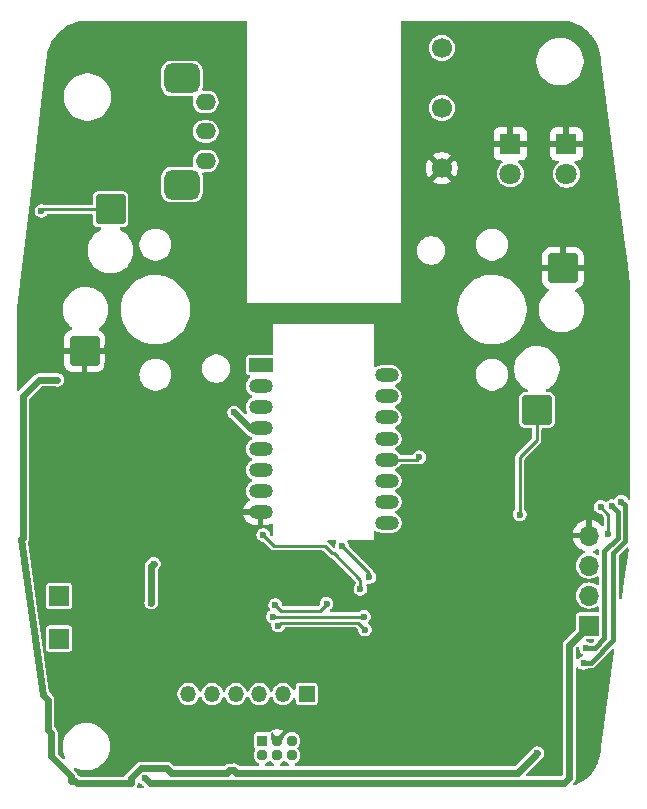
<source format=gbr>
%TF.GenerationSoftware,KiCad,Pcbnew,9.0.1*%
%TF.CreationDate,2025-04-29T20:05:43+02:00*%
%TF.ProjectId,Trackball,54726163-6b62-4616-9c6c-2e6b69636164,rev?*%
%TF.SameCoordinates,Original*%
%TF.FileFunction,Copper,L2,Bot*%
%TF.FilePolarity,Positive*%
%FSLAX46Y46*%
G04 Gerber Fmt 4.6, Leading zero omitted, Abs format (unit mm)*
G04 Created by KiCad (PCBNEW 9.0.1) date 2025-04-29 20:05:43*
%MOMM*%
%LPD*%
G01*
G04 APERTURE LIST*
G04 Aperture macros list*
%AMRoundRect*
0 Rectangle with rounded corners*
0 $1 Rounding radius*
0 $2 $3 $4 $5 $6 $7 $8 $9 X,Y pos of 4 corners*
0 Add a 4 corners polygon primitive as box body*
4,1,4,$2,$3,$4,$5,$6,$7,$8,$9,$2,$3,0*
0 Add four circle primitives for the rounded corners*
1,1,$1+$1,$2,$3*
1,1,$1+$1,$4,$5*
1,1,$1+$1,$6,$7*
1,1,$1+$1,$8,$9*
0 Add four rect primitives between the rounded corners*
20,1,$1+$1,$2,$3,$4,$5,0*
20,1,$1+$1,$4,$5,$6,$7,0*
20,1,$1+$1,$6,$7,$8,$9,0*
20,1,$1+$1,$8,$9,$2,$3,0*%
G04 Aperture macros list end*
%TA.AperFunction,ComponentPad*%
%ADD10R,2.000000X1.200000*%
%TD*%
%TA.AperFunction,ComponentPad*%
%ADD11O,2.000000X1.200000*%
%TD*%
%TA.AperFunction,ComponentPad*%
%ADD12R,0.950000X0.950000*%
%TD*%
%TA.AperFunction,ComponentPad*%
%ADD13C,0.950000*%
%TD*%
%TA.AperFunction,ComponentPad*%
%ADD14R,1.350000X1.350000*%
%TD*%
%TA.AperFunction,ComponentPad*%
%ADD15O,1.350000X1.350000*%
%TD*%
%TA.AperFunction,ComponentPad*%
%ADD16C,1.700000*%
%TD*%
%TA.AperFunction,ComponentPad*%
%ADD17R,1.800000X1.800000*%
%TD*%
%TA.AperFunction,ComponentPad*%
%ADD18C,1.800000*%
%TD*%
%TA.AperFunction,ComponentPad*%
%ADD19R,1.700000X1.700000*%
%TD*%
%TA.AperFunction,ComponentPad*%
%ADD20O,1.700000X1.700000*%
%TD*%
%TA.AperFunction,SMDPad,CuDef*%
%ADD21RoundRect,0.250000X1.000000X-1.025000X1.000000X1.025000X-1.000000X1.025000X-1.000000X-1.025000X0*%
%TD*%
%TA.AperFunction,SMDPad,CuDef*%
%ADD22RoundRect,0.250000X-1.000000X1.025000X-1.000000X-1.025000X1.000000X-1.025000X1.000000X1.025000X0*%
%TD*%
%TA.AperFunction,ComponentPad*%
%ADD23RoundRect,0.625000X0.875000X-0.625000X0.875000X0.625000X-0.875000X0.625000X-0.875000X-0.625000X0*%
%TD*%
%TA.AperFunction,ComponentPad*%
%ADD24O,1.700000X1.400000*%
%TD*%
%TA.AperFunction,ViaPad*%
%ADD25C,0.600000*%
%TD*%
%TA.AperFunction,Conductor*%
%ADD26C,0.600000*%
%TD*%
%TA.AperFunction,Conductor*%
%ADD27C,0.254000*%
%TD*%
%TA.AperFunction,Conductor*%
%ADD28C,0.400000*%
%TD*%
G04 APERTURE END LIST*
D10*
%TO.P,U2,1,NC*%
%TO.N,unconnected-(U2-NC-Pad1)*%
X-5350000Y-32185000D03*
D11*
%TO.P,U2,2,NC*%
%TO.N,unconnected-(U2-NC-Pad2)*%
X-5350000Y-33965000D03*
%TO.P,U2,3,VDDPIX*%
%TO.N,Net-(U2-VDDPIX)*%
X-5350000Y-35745000D03*
%TO.P,U2,4,VDD*%
%TO.N,+1V8*%
X-5350000Y-37525000D03*
%TO.P,U2,5,VDDIO*%
%TO.N,+3V3*%
X-5350000Y-39305000D03*
%TO.P,U2,6,NC*%
%TO.N,unconnected-(U2-NC-Pad6)*%
X-5350000Y-41085000D03*
%TO.P,U2,7,NRESET*%
%TO.N,Net-(U2-NRESET)*%
X-5350000Y-42865000D03*
%TO.P,U2,8,GND*%
%TO.N,GND*%
X-5350000Y-44645000D03*
%TO.P,U2,9,MOTION*%
%TO.N,MOTION*%
X5350000Y-45535000D03*
%TO.P,U2,10,SCLK*%
%TO.N,SCLK*%
X5350000Y-43755000D03*
%TO.P,U2,11,MOSI*%
%TO.N,MOSI*%
X5350000Y-41975000D03*
%TO.P,U2,12,MISO*%
%TO.N,MISO*%
X5350000Y-40195000D03*
%TO.P,U2,13,NCS*%
%TO.N,NCS*%
X5350000Y-38415000D03*
%TO.P,U2,14,NC*%
%TO.N,unconnected-(U2-NC-Pad14)*%
X5350000Y-36635000D03*
%TO.P,U2,15,LED_P*%
%TO.N,Net-(U2-LED_P)*%
X5350000Y-34855000D03*
%TO.P,U2,16,NC*%
%TO.N,unconnected-(U2-NC-Pad16)*%
X5350000Y-33075000D03*
%TD*%
D12*
%TO.P,J3,1,Pin_1*%
%TO.N,+3V3*%
X-5200000Y-64000000D03*
D13*
%TO.P,J3,2,Pin_2*%
%TO.N,GND*%
X-3950000Y-64000000D03*
%TO.P,J3,3,Pin_3*%
%TO.N,GPIO0*%
X-2700000Y-64000000D03*
%TO.P,J3,4,Pin_4*%
%TO.N,EN*%
X-5200000Y-65250000D03*
%TO.P,J3,5,Pin_5*%
%TO.N,TX*%
X-3950000Y-65250000D03*
%TO.P,J3,6,Pin_6*%
%TO.N,RX*%
X-2700000Y-65250000D03*
%TD*%
D14*
%TO.P,J4,1,Pin_1*%
%TO.N,GPIO42*%
X-1450000Y-60050000D03*
D15*
%TO.P,J4,2,Pin_2*%
%TO.N,GPIO41*%
X-3450001Y-60049999D03*
%TO.P,J4,3,Pin_3*%
%TO.N,GPIO40*%
X-5450000Y-60050000D03*
%TO.P,J4,4,Pin_4*%
%TO.N,GPIO39*%
X-7450001Y-60049999D03*
%TO.P,J4,5,Pin_5*%
%TO.N,GPIO38*%
X-9450000Y-60050000D03*
%TO.P,J4,6,Pin_6*%
%TO.N,GPIO37*%
X-11450000Y-60050001D03*
%TD*%
D16*
%TO.P,SW4,1*%
%TO.N,GND*%
X10000000Y-15530000D03*
%TO.P,SW4,2*%
%TO.N,CenterClick*%
X10000000Y-10450000D03*
%TO.P,SW4,3*%
%TO.N,N/C*%
X10000000Y-5370000D03*
%TD*%
D17*
%TO.P,D102,1*%
%TO.N,GND*%
X15800000Y-13460000D03*
D18*
%TO.P,D102,2*%
%TO.N,Net-(D102-Pad2)*%
X15800000Y-16000000D03*
%TD*%
D19*
%TO.P,J7,1,Pin_1*%
%TO.N,BAT-*%
X-22400000Y-51750000D03*
%TD*%
%TO.P,J1,1,Pin_1*%
%TO.N,+5V*%
X22450000Y-54250000D03*
D20*
%TO.P,J1,2,Pin_2*%
%TO.N,D-*%
X22450000Y-51710000D03*
%TO.P,J1,3,Pin_3*%
%TO.N,D+*%
X22450000Y-49170000D03*
%TO.P,J1,4,Pin_4*%
%TO.N,GND*%
X22450000Y-46630000D03*
%TD*%
D21*
%TO.P,SW1,1*%
%TO.N,GND*%
X-20250000Y-31000000D03*
%TO.P,SW1,2*%
%TO.N,leftClick*%
X-18050000Y-19000000D03*
%TD*%
D17*
%TO.P,D101,1*%
%TO.N,GND*%
X20550000Y-13480000D03*
D18*
%TO.P,D101,2*%
%TO.N,Net-(D101-Pad2)*%
X20550000Y-16020000D03*
%TD*%
D22*
%TO.P,SW2,1*%
%TO.N,GND*%
X20250000Y-24000000D03*
%TO.P,SW2,2*%
%TO.N,rightClick*%
X18050000Y-36000000D03*
%TD*%
D23*
%TO.P,SW3,4*%
%TO.N,N/C*%
X-12000000Y-16920000D03*
X-12000000Y-7920000D03*
D24*
%TO.P,SW3,A,A*%
%TO.N,encA*%
X-10000000Y-14920000D03*
%TO.P,SW3,B,B*%
%TO.N,encB*%
X-10000000Y-12420000D03*
%TO.P,SW3,C,C*%
%TO.N,encC*%
X-10000000Y-9920000D03*
%TD*%
D19*
%TO.P,J10,1,Pin_1*%
%TO.N,BAT+*%
X-22400000Y-55350000D03*
%TD*%
D25*
%TO.N,GND*%
X17070000Y-6135000D03*
X12450000Y-30775000D03*
X-10650000Y-29235000D03*
X6290000Y-63115000D03*
X-18350000Y-30775000D03*
X-13730000Y-10755000D03*
X-21430000Y-56955000D03*
X7830000Y-12295000D03*
X15530000Y-7675000D03*
X-12190000Y-30775000D03*
X4750000Y-64655000D03*
X3210000Y-56955000D03*
X9370000Y-60035000D03*
X4750000Y-63115000D03*
X17070000Y-7675000D03*
X10910000Y-26155000D03*
X-15270000Y-7675000D03*
X6290000Y-56955000D03*
X15530000Y-30775000D03*
X-19890000Y-19995000D03*
X20150000Y-35395000D03*
X-15270000Y-16915000D03*
X-9110000Y-18455000D03*
X12450000Y-23075000D03*
X13990000Y-9215000D03*
X4750000Y-58495000D03*
X21690000Y-32315000D03*
X-12800000Y-62900000D03*
X-19890000Y-61575000D03*
X13990000Y-13835000D03*
X21690000Y-30775000D03*
X18610000Y-13835000D03*
X-10650000Y-19995000D03*
X13990000Y-15375000D03*
X18610000Y-15375000D03*
X-9110000Y-30775000D03*
X20150000Y-41555000D03*
X7830000Y-24615000D03*
X10910000Y-64655000D03*
X15530000Y-55415000D03*
X-7570000Y-12295000D03*
X-16810000Y-32315000D03*
X-7570000Y-23075000D03*
X18610000Y-46175000D03*
X7830000Y-64655000D03*
X-21430000Y-19995000D03*
X9370000Y-26155000D03*
X7830000Y-15375000D03*
X130000Y-64655000D03*
X6290000Y-58495000D03*
X-12190000Y-52335000D03*
X17070000Y-56955000D03*
X15530000Y-56955000D03*
X21690000Y-35395000D03*
X9370000Y-12295000D03*
X-7570000Y-15375000D03*
X10910000Y-24615000D03*
X15530000Y-58495000D03*
X15530000Y-35395000D03*
X13990000Y-30775000D03*
X9370000Y-27695000D03*
X-22970000Y-58495000D03*
X17070000Y-61575000D03*
X-7570000Y-13835000D03*
X-10650000Y-23075000D03*
X10910000Y-16915000D03*
X-22970000Y-12295000D03*
X13990000Y-46175000D03*
X7830000Y-19995000D03*
X15530000Y-60035000D03*
X10910000Y-21535000D03*
X17070000Y-10755000D03*
X7830000Y-9215000D03*
X-13730000Y-35395000D03*
X-16810000Y-64655000D03*
X-10650000Y-21535000D03*
X4750000Y-60035000D03*
X18610000Y-40015000D03*
X-18350000Y-16915000D03*
X10910000Y-36935000D03*
X9370000Y-18455000D03*
X-7570000Y-19995000D03*
X13990000Y-12295000D03*
X3210000Y-64655000D03*
X20150000Y-38475000D03*
X10910000Y-30775000D03*
X7830000Y-26155000D03*
X-7570000Y-9215000D03*
X7830000Y-6135000D03*
X-10650000Y-24615000D03*
X7830000Y-61575000D03*
X4750000Y-55415000D03*
X3210000Y-58495000D03*
X-10650000Y-32315000D03*
X20150000Y-40015000D03*
X-19890000Y-12295000D03*
X-16810000Y-10755000D03*
X13990000Y-55415000D03*
X-16810000Y-9215000D03*
X7830000Y-18455000D03*
X10910000Y-13835000D03*
X-7570000Y-27695000D03*
X13990000Y-61575000D03*
X-15270000Y-9215000D03*
X15530000Y-9215000D03*
X-12190000Y-24615000D03*
X12450000Y-33855000D03*
X10910000Y-23075000D03*
X-15270000Y-35395000D03*
X3210000Y-60035000D03*
X-7570000Y-18455000D03*
X-15270000Y-30775000D03*
X-18350000Y-12295000D03*
X9370000Y-13835000D03*
X12450000Y-18455000D03*
X-12190000Y-32315000D03*
X12450000Y-7675000D03*
X23230000Y-13835000D03*
X23230000Y-12295000D03*
X-9110000Y-26155000D03*
X15530000Y-6135000D03*
X-13730000Y-36935000D03*
X-6450000Y-65350000D03*
X9370000Y-19995000D03*
X-12190000Y-21535000D03*
X-9110000Y-23075000D03*
X20150000Y-10755000D03*
X-16810000Y-35395000D03*
X6290000Y-61575000D03*
X-16810000Y-7675000D03*
X21690000Y-36935000D03*
X18610000Y-47715000D03*
X12450000Y-6135000D03*
X7830000Y-16915000D03*
X12450000Y-64655000D03*
X-22970000Y-13835000D03*
X-12190000Y-19995000D03*
X13990000Y-64655000D03*
X-15270000Y-19995000D03*
X21690000Y-33855000D03*
X7830000Y-33855000D03*
X-7570000Y-10755000D03*
X21690000Y-43095000D03*
X6290000Y-55415000D03*
X3210000Y-61575000D03*
X23230000Y-16915000D03*
X-15270000Y-18455000D03*
X21690000Y-38475000D03*
X9370000Y-61575000D03*
X7830000Y-29235000D03*
X-21800000Y-49800000D03*
X18610000Y-16915000D03*
X-22970000Y-53875000D03*
X-9110000Y-21535000D03*
X-19890000Y-55415000D03*
X20150000Y-30775000D03*
X-10650000Y-26155000D03*
X-16810000Y-30775000D03*
X-7570000Y-16915000D03*
X21690000Y-10755000D03*
X7830000Y-13835000D03*
X9370000Y-29235000D03*
X12450000Y-19995000D03*
X17070000Y-24615000D03*
X17070000Y-60035000D03*
X-12190000Y-35395000D03*
X-10650000Y-27695000D03*
X20150000Y-36935000D03*
X-21430000Y-58495000D03*
X12450000Y-32315000D03*
X-15270000Y-15375000D03*
X17070000Y-50795000D03*
X7830000Y-60035000D03*
X-9110000Y-7675000D03*
X-9110000Y-16915000D03*
X-7570000Y-7675000D03*
X15530000Y-46175000D03*
X-18350000Y-33855000D03*
X13990000Y-7675000D03*
X-21430000Y-13835000D03*
X21690000Y-41555000D03*
X15530000Y-61575000D03*
X-10650000Y-33855000D03*
X-12190000Y-36935000D03*
X10910000Y-55415000D03*
X-16810000Y-33855000D03*
X-12190000Y-23075000D03*
X-9110000Y-24615000D03*
X7830000Y-56955000D03*
X-1410000Y-61575000D03*
X3210000Y-63115000D03*
X21800000Y-58350000D03*
X-21430000Y-23075000D03*
X12450000Y-61575000D03*
X9370000Y-50795000D03*
X10910000Y-7675000D03*
X-13730000Y-13835000D03*
X17070000Y-55415000D03*
X10910000Y-61575000D03*
X10910000Y-19995000D03*
X13990000Y-6135000D03*
X13990000Y-35395000D03*
X-21430000Y-61575000D03*
X15530000Y-10755000D03*
X20150000Y-43095000D03*
X-21430000Y-21535000D03*
X9370000Y-30775000D03*
X-13730000Y-19995000D03*
X-7570000Y-24615000D03*
X-9110000Y-19995000D03*
X-16810000Y-16915000D03*
X-19890000Y-24615000D03*
X9370000Y-24615000D03*
X-16810000Y-15375000D03*
X-18350000Y-32315000D03*
X9370000Y-55415000D03*
X10910000Y-18455000D03*
X23230000Y-15375000D03*
X-7570000Y-63115000D03*
X10910000Y-12295000D03*
X-22970000Y-56955000D03*
X13990000Y-50795000D03*
X10910000Y-50795000D03*
X20150000Y-33855000D03*
X13990000Y-19995000D03*
X7830000Y-55415000D03*
X10910000Y-32315000D03*
X-21430000Y-24615000D03*
X-4200000Y-50100000D03*
X-21430000Y-12295000D03*
X-9110000Y-27695000D03*
X9370000Y-58495000D03*
X-9110000Y-29235000D03*
X23150000Y-58200000D03*
X-7570000Y-26155000D03*
X12450000Y-50795000D03*
X7830000Y-7675000D03*
X10910000Y-27695000D03*
X12450000Y-9215000D03*
X-7570000Y-21535000D03*
X-15400000Y-47600000D03*
X-13730000Y-30775000D03*
X21690000Y-40015000D03*
X-10650000Y-30775000D03*
X12450000Y-55415000D03*
X-15270000Y-10755000D03*
X-15270000Y-53875000D03*
X-10050000Y-36250000D03*
X7830000Y-27695000D03*
X9370000Y-56955000D03*
X17070000Y-23075000D03*
X15530000Y-50795000D03*
X9370000Y-64655000D03*
X18610000Y-10755000D03*
X17070000Y-9215000D03*
X12450000Y-21535000D03*
X7830000Y-58495000D03*
X17070000Y-58495000D03*
X4750000Y-61575000D03*
X6290000Y-60035000D03*
X-18350000Y-61575000D03*
X10910000Y-29235000D03*
X-12190000Y-33855000D03*
X-6350000Y-54650000D03*
X4750000Y-56955000D03*
X-13730000Y-55415000D03*
X7830000Y-10755000D03*
X9370000Y-7675000D03*
X13990000Y-10755000D03*
X18610000Y-12295000D03*
X10910000Y-40015000D03*
X-22970000Y-15375000D03*
%TO.N,+3V3*%
X-7600000Y-66500000D03*
X-22550000Y-33450000D03*
X18100000Y-65050000D03*
%TO.N,+1V8*%
X-7600000Y-36200000D03*
%TO.N,MISO*%
X8100000Y-40000000D03*
%TO.N,leftClick*%
X-23900000Y-19150000D03*
X-4100000Y-52500000D03*
X250000Y-52400000D03*
%TO.N,LED2*%
X22000000Y-57430000D03*
X25200000Y-43750000D03*
%TO.N,LED1*%
X24400000Y-44150000D03*
X22200000Y-56160000D03*
%TO.N,Sensor_RST*%
X-5125000Y-46575000D03*
X3100000Y-51150000D03*
%TO.N,rightClick*%
X16600000Y-44850000D03*
%TO.N,CenterClick*%
X23450000Y-44200000D03*
X24100000Y-46500000D03*
%TO.N,encA*%
X3850000Y-50150000D03*
X1550000Y-47500000D03*
%TO.N,+5V*%
X-15100000Y-67200000D03*
%TO.N,BAT+*%
X-14600000Y-52300000D03*
X-14381540Y-49018460D03*
%TO.N,CHRG*%
X3400000Y-53500000D03*
X-4300185Y-53499691D03*
%TO.N,STDBY*%
X-3850000Y-54250000D03*
X3500000Y-54600000D03*
%TD*%
D26*
%TO.N,+3V3*%
X-23072491Y-63374723D02*
X-23072491Y-65330386D01*
X-24100000Y-33450000D02*
X-25500000Y-34850000D01*
X-25500000Y-46798572D02*
X-25626578Y-46925150D01*
X18100000Y-65050000D02*
X18075000Y-65075000D01*
X-15462437Y-66325000D02*
X-13281000Y-66325000D01*
X-25500000Y-34850000D02*
X-25500000Y-46798572D01*
X18075000Y-65075000D02*
X16444000Y-66706000D01*
X-25626578Y-46925150D02*
X-23791457Y-60101317D01*
X-16300000Y-67162563D02*
X-15462437Y-66325000D01*
X-23072491Y-65330386D02*
X-21397790Y-67005087D01*
X-23378117Y-60514657D02*
X-23378117Y-63069097D01*
X-8000000Y-66500000D02*
X-7600000Y-66500000D01*
X16444000Y-66706000D02*
X-7394000Y-66706000D01*
X-22550000Y-33450000D02*
X-24100000Y-33450000D01*
X-23378117Y-63069097D02*
X-23072491Y-63374723D01*
X-21397790Y-67005087D02*
X-21397790Y-67395036D01*
X-23791457Y-60101317D02*
X-23378117Y-60514657D01*
X-8206000Y-66706000D02*
X-8000000Y-66500000D01*
X-16300000Y-67600000D02*
X-16300000Y-67162563D01*
X-7394000Y-66706000D02*
X-7600000Y-66500000D01*
X-13281000Y-66325000D02*
X-12900000Y-66706000D01*
X-21068601Y-67395036D02*
X-20863637Y-67600000D01*
X-12900000Y-66706000D02*
X-8206000Y-66706000D01*
X-20863637Y-67600000D02*
X-16300000Y-67600000D01*
X-21397790Y-67395036D02*
X-21068601Y-67395036D01*
%TO.N,+1V8*%
X-6275000Y-37525000D02*
X-5350000Y-37525000D01*
X-7600000Y-36200000D02*
X-6275000Y-37525000D01*
D27*
%TO.N,MISO*%
X7905000Y-40195000D02*
X5350000Y-40195000D01*
X8100000Y-40000000D02*
X7905000Y-40195000D01*
%TO.N,leftClick*%
X-23750000Y-19000000D02*
X-18050000Y-19000000D01*
X-4100000Y-52500000D02*
X-3608000Y-52992000D01*
X-3608000Y-52992000D02*
X-342000Y-52992000D01*
X-23900000Y-19150000D02*
X-23750000Y-19000000D01*
X-342000Y-52992000D02*
X250000Y-52400000D01*
D28*
%TO.N,LED2*%
X25200000Y-43750000D02*
X25529000Y-44079000D01*
X24534630Y-55490266D02*
X22594896Y-57430000D01*
X24534630Y-48090266D02*
X24534630Y-55490266D01*
X25529000Y-44079000D02*
X25529000Y-47095896D01*
X22594896Y-57430000D02*
X22000000Y-57430000D01*
X25529000Y-47095896D02*
X24534630Y-48090266D01*
%TO.N,LED1*%
X24875000Y-46825000D02*
X23754000Y-47946000D01*
X22940000Y-56160000D02*
X22200000Y-56160000D01*
X23754000Y-47946000D02*
X23754000Y-55346000D01*
X23754000Y-55346000D02*
X22940000Y-56160000D01*
X24400000Y-44150000D02*
X24875000Y-44625000D01*
X24875000Y-44625000D02*
X24875000Y-46825000D01*
D27*
%TO.N,Sensor_RST*%
X740778Y-48140778D02*
X100000Y-47500000D01*
X848000Y-48140778D02*
X3100000Y-50392778D01*
X-5125000Y-46575000D02*
X-4200000Y-47500000D01*
X3100000Y-50392778D02*
X3100000Y-51150000D01*
X848000Y-48140778D02*
X740778Y-48140778D01*
X-4200000Y-47500000D02*
X100000Y-47500000D01*
%TO.N,rightClick*%
X16600000Y-44950000D02*
X16650000Y-45000000D01*
X16600000Y-42900000D02*
X16600000Y-44850000D01*
X16600000Y-44850000D02*
X16600000Y-44950000D01*
X18050000Y-36000000D02*
X18050000Y-38550000D01*
X16600000Y-40000000D02*
X16600000Y-42900000D01*
X18050000Y-38550000D02*
X16600000Y-40000000D01*
%TO.N,CenterClick*%
X24100000Y-44850000D02*
X24100000Y-46500000D01*
X23450000Y-44200000D02*
X24100000Y-44850000D01*
%TO.N,encA*%
X3850000Y-49800000D02*
X1550000Y-47500000D01*
X3850000Y-50150000D02*
X3850000Y-49800000D01*
D26*
%TO.N,+5V*%
X20373496Y-67560000D02*
X-14740000Y-67560000D01*
X-14740000Y-67560000D02*
X-15100000Y-67200000D01*
X20800000Y-55900000D02*
X22450000Y-54250000D01*
X20373496Y-67560000D02*
X20800000Y-67133496D01*
X20800000Y-67133496D02*
X20800000Y-55900000D01*
%TO.N,BAT+*%
X-14600000Y-49236920D02*
X-14381540Y-49018460D01*
X-14600000Y-52300000D02*
X-14600000Y-49236920D01*
D27*
%TO.N,CHRG*%
X-4299876Y-53500000D02*
X-4300185Y-53499691D01*
X3400000Y-53500000D02*
X-4299876Y-53500000D01*
%TO.N,STDBY*%
X2908000Y-54008000D02*
X3500000Y-54600000D01*
X-3850000Y-54250000D02*
X-3608000Y-54008000D01*
X-3608000Y-54008000D02*
X2908000Y-54008000D01*
%TD*%
%TA.AperFunction,Conductor*%
%TO.N,GND*%
G36*
X24534144Y-56236024D02*
G01*
X24590077Y-56277896D01*
X24614494Y-56343360D01*
X24613625Y-56369311D01*
X23477595Y-64526006D01*
X23477594Y-64526005D01*
X23475621Y-64540170D01*
X23474500Y-64541715D01*
X23474500Y-64548227D01*
X23473315Y-64556739D01*
X23471886Y-64567000D01*
X23473089Y-64578690D01*
X23458067Y-64884477D01*
X23456874Y-64896588D01*
X23408631Y-65221817D01*
X23406257Y-65233752D01*
X23326367Y-65552690D01*
X23322835Y-65564334D01*
X23247781Y-65774098D01*
X23212075Y-65873889D01*
X23207418Y-65885132D01*
X23066837Y-66182366D01*
X23061100Y-66193098D01*
X22892075Y-66475099D01*
X22885315Y-66485217D01*
X22689450Y-66749310D01*
X22681730Y-66758716D01*
X22460934Y-67002329D01*
X22452329Y-67010934D01*
X22208716Y-67231730D01*
X22199310Y-67239450D01*
X21935217Y-67435315D01*
X21925099Y-67442075D01*
X21643098Y-67611100D01*
X21632366Y-67616837D01*
X21335132Y-67757418D01*
X21323890Y-67762074D01*
X21270325Y-67781240D01*
X21200572Y-67785292D01*
X21139703Y-67750989D01*
X21107042Y-67689223D01*
X21112959Y-67619604D01*
X21140865Y-67576812D01*
X21243711Y-67473967D01*
X21316712Y-67347525D01*
X21335940Y-67275766D01*
X21354501Y-67206498D01*
X21354501Y-67060494D01*
X21354501Y-67052899D01*
X21354500Y-67052881D01*
X21354500Y-57897742D01*
X21374185Y-57830703D01*
X21426989Y-57784948D01*
X21496147Y-57775004D01*
X21559703Y-57804029D01*
X21566181Y-57810061D01*
X21646635Y-57890515D01*
X21777865Y-57966281D01*
X21924234Y-58005500D01*
X21924236Y-58005500D01*
X22075764Y-58005500D01*
X22075766Y-58005500D01*
X22222135Y-57966281D01*
X22335009Y-57901112D01*
X22350497Y-57896962D01*
X22362074Y-57889523D01*
X22397009Y-57884500D01*
X22527448Y-57884500D01*
X22527464Y-57884501D01*
X22535060Y-57884501D01*
X22654731Y-57884501D01*
X22654732Y-57884501D01*
X22745894Y-57860073D01*
X22745897Y-57860073D01*
X22760001Y-57856293D01*
X22770327Y-57853527D01*
X22873966Y-57793691D01*
X22958587Y-57709070D01*
X22958587Y-57709068D01*
X22968791Y-57698865D01*
X22968795Y-57698860D01*
X24403131Y-56264523D01*
X24464452Y-56231040D01*
X24534144Y-56236024D01*
G37*
%TD.AperFunction*%
%TA.AperFunction,Conductor*%
G36*
X-6582461Y-3045185D02*
G01*
X-6536706Y-3097989D01*
X-6525500Y-3149500D01*
X-6525500Y-26889438D01*
X-6525500Y-26910562D01*
X-6510562Y-26925500D01*
X6510562Y-26925500D01*
X6525500Y-26910562D01*
X6525500Y-22405513D01*
X7899500Y-22405513D01*
X7899500Y-22594486D01*
X7929059Y-22781118D01*
X7987454Y-22960836D01*
X8022751Y-23030109D01*
X8073240Y-23129199D01*
X8184310Y-23282073D01*
X8317927Y-23415690D01*
X8470801Y-23526760D01*
X8550347Y-23567290D01*
X8639163Y-23612545D01*
X8639165Y-23612545D01*
X8639168Y-23612547D01*
X8735497Y-23643846D01*
X8818881Y-23670940D01*
X9005514Y-23700500D01*
X9005519Y-23700500D01*
X9194486Y-23700500D01*
X9381118Y-23670940D01*
X9560832Y-23612547D01*
X9729199Y-23526760D01*
X9882073Y-23415690D01*
X10015690Y-23282073D01*
X10126760Y-23129199D01*
X10212547Y-22960832D01*
X10270940Y-22781118D01*
X10282550Y-22707815D01*
X10300500Y-22594486D01*
X10300500Y-22405513D01*
X10270940Y-22218881D01*
X10212545Y-22039163D01*
X10164635Y-21945136D01*
X10164634Y-21945134D01*
X10138434Y-21893713D01*
X12899500Y-21893713D01*
X12899500Y-22106286D01*
X12919964Y-22235494D01*
X12932754Y-22316243D01*
X12951454Y-22373796D01*
X12998444Y-22518414D01*
X13094951Y-22707820D01*
X13219890Y-22879786D01*
X13370213Y-23030109D01*
X13542179Y-23155048D01*
X13542181Y-23155049D01*
X13542184Y-23155051D01*
X13731588Y-23251557D01*
X13933757Y-23317246D01*
X14143713Y-23350500D01*
X14143714Y-23350500D01*
X14356286Y-23350500D01*
X14356287Y-23350500D01*
X14566243Y-23317246D01*
X14768412Y-23251557D01*
X14957816Y-23155051D01*
X14979789Y-23139086D01*
X15129786Y-23030109D01*
X15129788Y-23030106D01*
X15129792Y-23030104D01*
X15234883Y-22925013D01*
X18500000Y-22925013D01*
X18500000Y-23750000D01*
X20000000Y-23750000D01*
X20500000Y-23750000D01*
X21999999Y-23750000D01*
X21999999Y-22925028D01*
X21999998Y-22925013D01*
X21989505Y-22822302D01*
X21934358Y-22655880D01*
X21934356Y-22655875D01*
X21842315Y-22506654D01*
X21718345Y-22382684D01*
X21569124Y-22290643D01*
X21569119Y-22290641D01*
X21402697Y-22235494D01*
X21402690Y-22235493D01*
X21299986Y-22225000D01*
X20500000Y-22225000D01*
X20500000Y-23750000D01*
X20000000Y-23750000D01*
X20000000Y-22225000D01*
X19200028Y-22225000D01*
X19200012Y-22225001D01*
X19097302Y-22235494D01*
X18930880Y-22290641D01*
X18930875Y-22290643D01*
X18781654Y-22382684D01*
X18657684Y-22506654D01*
X18565643Y-22655875D01*
X18565641Y-22655880D01*
X18510494Y-22822302D01*
X18510493Y-22822309D01*
X18500000Y-22925013D01*
X15234883Y-22925013D01*
X15280104Y-22879792D01*
X15405051Y-22707816D01*
X15501557Y-22518412D01*
X15567246Y-22316243D01*
X15600500Y-22106287D01*
X15600500Y-21893713D01*
X15567246Y-21683757D01*
X15501557Y-21481588D01*
X15405051Y-21292184D01*
X15405049Y-21292181D01*
X15405048Y-21292179D01*
X15280109Y-21120213D01*
X15129786Y-20969890D01*
X14957820Y-20844951D01*
X14768414Y-20748444D01*
X14768413Y-20748443D01*
X14768412Y-20748443D01*
X14566243Y-20682754D01*
X14566241Y-20682753D01*
X14566240Y-20682753D01*
X14404957Y-20657208D01*
X14356287Y-20649500D01*
X14143713Y-20649500D01*
X14095042Y-20657208D01*
X13933760Y-20682753D01*
X13731585Y-20748444D01*
X13542179Y-20844951D01*
X13370213Y-20969890D01*
X13219890Y-21120213D01*
X13094951Y-21292179D01*
X12998444Y-21481585D01*
X12932753Y-21683760D01*
X12899500Y-21893713D01*
X10138434Y-21893713D01*
X10126761Y-21870802D01*
X10110075Y-21847836D01*
X10015690Y-21717927D01*
X9882073Y-21584310D01*
X9729199Y-21473240D01*
X9560836Y-21387454D01*
X9381118Y-21329059D01*
X9194486Y-21299500D01*
X9194481Y-21299500D01*
X9005519Y-21299500D01*
X9005514Y-21299500D01*
X8818881Y-21329059D01*
X8639163Y-21387454D01*
X8470800Y-21473240D01*
X8383579Y-21536610D01*
X8317927Y-21584310D01*
X8317925Y-21584312D01*
X8317924Y-21584312D01*
X8184312Y-21717924D01*
X8184312Y-21717925D01*
X8184310Y-21717927D01*
X8136610Y-21783579D01*
X8073240Y-21870800D01*
X7987454Y-22039163D01*
X7929059Y-22218881D01*
X7899500Y-22405513D01*
X6525500Y-22405513D01*
X6525500Y-15423753D01*
X8650000Y-15423753D01*
X8650000Y-15636246D01*
X8683242Y-15846127D01*
X8683242Y-15846130D01*
X8748904Y-16048217D01*
X8845375Y-16237550D01*
X8884728Y-16291716D01*
X9517037Y-15659408D01*
X9534075Y-15722993D01*
X9599901Y-15837007D01*
X9692993Y-15930099D01*
X9807007Y-15995925D01*
X9870590Y-16012962D01*
X9238282Y-16645269D01*
X9238282Y-16645270D01*
X9292449Y-16684624D01*
X9481782Y-16781095D01*
X9683870Y-16846757D01*
X9893754Y-16880000D01*
X10106246Y-16880000D01*
X10316127Y-16846757D01*
X10316130Y-16846757D01*
X10518217Y-16781095D01*
X10707554Y-16684622D01*
X10761716Y-16645270D01*
X10761717Y-16645270D01*
X10129408Y-16012962D01*
X10192993Y-15995925D01*
X10307007Y-15930099D01*
X10400099Y-15837007D01*
X10465925Y-15722993D01*
X10482962Y-15659408D01*
X11115270Y-16291717D01*
X11115270Y-16291716D01*
X11154622Y-16237554D01*
X11251095Y-16048217D01*
X11316757Y-15846130D01*
X11316757Y-15846127D01*
X11350000Y-15636246D01*
X11350000Y-15423753D01*
X11316757Y-15213872D01*
X11316757Y-15213869D01*
X11251095Y-15011782D01*
X11154624Y-14822449D01*
X11115270Y-14768282D01*
X11115269Y-14768282D01*
X10482962Y-15400590D01*
X10465925Y-15337007D01*
X10400099Y-15222993D01*
X10307007Y-15129901D01*
X10192993Y-15064075D01*
X10129409Y-15047037D01*
X10761716Y-14414728D01*
X10707550Y-14375375D01*
X10518217Y-14278904D01*
X10316129Y-14213242D01*
X10106246Y-14180000D01*
X9893754Y-14180000D01*
X9683872Y-14213242D01*
X9683869Y-14213242D01*
X9481782Y-14278904D01*
X9292439Y-14375380D01*
X9238282Y-14414727D01*
X9238282Y-14414728D01*
X9870591Y-15047037D01*
X9807007Y-15064075D01*
X9692993Y-15129901D01*
X9599901Y-15222993D01*
X9534075Y-15337007D01*
X9517037Y-15400591D01*
X8884728Y-14768282D01*
X8884727Y-14768282D01*
X8845380Y-14822439D01*
X8748904Y-15011782D01*
X8683242Y-15213869D01*
X8683242Y-15213872D01*
X8650000Y-15423753D01*
X6525500Y-15423753D01*
X6525500Y-12512155D01*
X14400000Y-12512155D01*
X14400000Y-13210000D01*
X15424722Y-13210000D01*
X15380667Y-13286306D01*
X15350000Y-13400756D01*
X15350000Y-13519244D01*
X15380667Y-13633694D01*
X15424722Y-13710000D01*
X14400000Y-13710000D01*
X14400000Y-14407844D01*
X14406401Y-14467372D01*
X14406403Y-14467379D01*
X14456645Y-14602086D01*
X14456649Y-14602093D01*
X14542809Y-14717187D01*
X14542812Y-14717190D01*
X14657906Y-14803350D01*
X14657913Y-14803354D01*
X14792620Y-14853596D01*
X14792627Y-14853598D01*
X14852155Y-14859999D01*
X14852172Y-14860000D01*
X15023290Y-14860000D01*
X15090329Y-14879685D01*
X15136084Y-14932489D01*
X15146028Y-15001647D01*
X15117003Y-15065203D01*
X15096176Y-15084317D01*
X15047900Y-15119392D01*
X15047891Y-15119399D01*
X14919399Y-15247891D01*
X14919399Y-15247892D01*
X14919397Y-15247894D01*
X14904868Y-15267892D01*
X14812583Y-15394909D01*
X14730083Y-15556825D01*
X14730081Y-15556828D01*
X14673928Y-15729649D01*
X14673928Y-15729652D01*
X14645500Y-15909139D01*
X14645500Y-16090860D01*
X14673928Y-16270347D01*
X14673928Y-16270350D01*
X14730081Y-16443171D01*
X14730083Y-16443174D01*
X14812583Y-16605090D01*
X14919397Y-16752106D01*
X15047894Y-16880603D01*
X15194910Y-16987417D01*
X15356826Y-17069917D01*
X15356828Y-17069918D01*
X15518029Y-17122294D01*
X15529654Y-17126072D01*
X15709139Y-17154500D01*
X15709140Y-17154500D01*
X15890860Y-17154500D01*
X15890861Y-17154500D01*
X16070346Y-17126072D01*
X16070349Y-17126071D01*
X16070350Y-17126071D01*
X16243171Y-17069918D01*
X16243171Y-17069917D01*
X16243174Y-17069917D01*
X16405090Y-16987417D01*
X16552106Y-16880603D01*
X16680603Y-16752106D01*
X16787417Y-16605090D01*
X16869917Y-16443174D01*
X16919128Y-16291717D01*
X16926071Y-16270350D01*
X16926071Y-16270349D01*
X16926072Y-16270346D01*
X16954500Y-16090861D01*
X16954500Y-15909139D01*
X16926072Y-15729654D01*
X16926071Y-15729650D01*
X16926071Y-15729649D01*
X16869918Y-15556828D01*
X16869916Y-15556825D01*
X16856249Y-15530000D01*
X16787417Y-15394910D01*
X16680603Y-15247894D01*
X16552106Y-15119397D01*
X16547758Y-15116238D01*
X16503824Y-15084317D01*
X16461158Y-15028987D01*
X16455180Y-14959374D01*
X16487786Y-14897579D01*
X16548626Y-14863222D01*
X16576710Y-14860000D01*
X16747828Y-14860000D01*
X16747844Y-14859999D01*
X16807372Y-14853598D01*
X16807379Y-14853596D01*
X16942086Y-14803354D01*
X16942093Y-14803350D01*
X17057187Y-14717190D01*
X17057190Y-14717187D01*
X17143350Y-14602093D01*
X17143354Y-14602086D01*
X17193596Y-14467379D01*
X17193598Y-14467372D01*
X17199999Y-14407844D01*
X17200000Y-14407827D01*
X17200000Y-13710000D01*
X16175278Y-13710000D01*
X16219333Y-13633694D01*
X16250000Y-13519244D01*
X16250000Y-13400756D01*
X16219333Y-13286306D01*
X16175278Y-13210000D01*
X17200000Y-13210000D01*
X17200000Y-12532155D01*
X19150000Y-12532155D01*
X19150000Y-13230000D01*
X20174722Y-13230000D01*
X20130667Y-13306306D01*
X20100000Y-13420756D01*
X20100000Y-13539244D01*
X20130667Y-13653694D01*
X20174722Y-13730000D01*
X19150000Y-13730000D01*
X19150000Y-14427844D01*
X19156401Y-14487372D01*
X19156403Y-14487379D01*
X19206645Y-14622086D01*
X19206649Y-14622093D01*
X19292809Y-14737187D01*
X19292812Y-14737190D01*
X19407906Y-14823350D01*
X19407913Y-14823354D01*
X19542620Y-14873596D01*
X19542627Y-14873598D01*
X19602155Y-14879999D01*
X19602172Y-14880000D01*
X19773290Y-14880000D01*
X19840329Y-14899685D01*
X19886084Y-14952489D01*
X19896028Y-15021647D01*
X19867003Y-15085203D01*
X19846176Y-15104317D01*
X19797900Y-15139392D01*
X19797891Y-15139399D01*
X19669399Y-15267891D01*
X19669399Y-15267892D01*
X19669397Y-15267894D01*
X19623525Y-15331030D01*
X19562583Y-15414909D01*
X19480083Y-15576825D01*
X19480081Y-15576828D01*
X19423928Y-15749649D01*
X19423928Y-15749652D01*
X19395500Y-15929139D01*
X19395500Y-16110860D01*
X19423928Y-16290347D01*
X19423928Y-16290350D01*
X19480081Y-16463171D01*
X19480083Y-16463174D01*
X19562583Y-16625090D01*
X19669397Y-16772106D01*
X19797894Y-16900603D01*
X19944910Y-17007417D01*
X20106826Y-17089917D01*
X20106828Y-17089918D01*
X20218097Y-17126071D01*
X20279654Y-17146072D01*
X20459139Y-17174500D01*
X20459140Y-17174500D01*
X20640860Y-17174500D01*
X20640861Y-17174500D01*
X20820346Y-17146072D01*
X20820349Y-17146071D01*
X20820350Y-17146071D01*
X20993171Y-17089918D01*
X20993171Y-17089917D01*
X20993174Y-17089917D01*
X21155090Y-17007417D01*
X21302106Y-16900603D01*
X21430603Y-16772106D01*
X21537417Y-16625090D01*
X21619917Y-16463174D01*
X21676072Y-16290346D01*
X21704500Y-16110861D01*
X21704500Y-15929139D01*
X21676072Y-15749654D01*
X21676071Y-15749650D01*
X21676071Y-15749649D01*
X21619918Y-15576828D01*
X21619916Y-15576825D01*
X21609728Y-15556828D01*
X21537417Y-15414910D01*
X21430603Y-15267894D01*
X21302106Y-15139397D01*
X21289036Y-15129901D01*
X21253824Y-15104317D01*
X21211158Y-15048987D01*
X21205180Y-14979374D01*
X21237786Y-14917579D01*
X21298626Y-14883222D01*
X21326710Y-14880000D01*
X21497828Y-14880000D01*
X21497844Y-14879999D01*
X21557372Y-14873598D01*
X21557379Y-14873596D01*
X21692086Y-14823354D01*
X21692093Y-14823350D01*
X21807187Y-14737190D01*
X21807190Y-14737187D01*
X21893350Y-14622093D01*
X21893354Y-14622086D01*
X21943596Y-14487379D01*
X21943598Y-14487372D01*
X21949999Y-14427844D01*
X21950000Y-14427827D01*
X21950000Y-13730000D01*
X20925278Y-13730000D01*
X20969333Y-13653694D01*
X21000000Y-13539244D01*
X21000000Y-13420756D01*
X20969333Y-13306306D01*
X20925278Y-13230000D01*
X21950000Y-13230000D01*
X21950000Y-12532172D01*
X21949999Y-12532155D01*
X21943598Y-12472627D01*
X21943596Y-12472620D01*
X21893354Y-12337913D01*
X21893350Y-12337906D01*
X21807190Y-12222812D01*
X21807187Y-12222809D01*
X21692093Y-12136649D01*
X21692086Y-12136645D01*
X21557379Y-12086403D01*
X21557372Y-12086401D01*
X21497844Y-12080000D01*
X20800000Y-12080000D01*
X20800000Y-13104722D01*
X20723694Y-13060667D01*
X20609244Y-13030000D01*
X20490756Y-13030000D01*
X20376306Y-13060667D01*
X20300000Y-13104722D01*
X20300000Y-12080000D01*
X19602155Y-12080000D01*
X19542627Y-12086401D01*
X19542620Y-12086403D01*
X19407913Y-12136645D01*
X19407906Y-12136649D01*
X19292812Y-12222809D01*
X19292809Y-12222812D01*
X19206649Y-12337906D01*
X19206645Y-12337913D01*
X19156403Y-12472620D01*
X19156401Y-12472627D01*
X19150000Y-12532155D01*
X17200000Y-12532155D01*
X17200000Y-12512172D01*
X17199999Y-12512155D01*
X17193598Y-12452627D01*
X17193596Y-12452620D01*
X17143354Y-12317913D01*
X17143350Y-12317906D01*
X17057190Y-12202812D01*
X17057187Y-12202809D01*
X16942093Y-12116649D01*
X16942086Y-12116645D01*
X16807379Y-12066403D01*
X16807372Y-12066401D01*
X16747844Y-12060000D01*
X16050000Y-12060000D01*
X16050000Y-13084722D01*
X15973694Y-13040667D01*
X15859244Y-13010000D01*
X15740756Y-13010000D01*
X15626306Y-13040667D01*
X15550000Y-13084722D01*
X15550000Y-12060000D01*
X14852155Y-12060000D01*
X14792627Y-12066401D01*
X14792620Y-12066403D01*
X14657913Y-12116645D01*
X14657906Y-12116649D01*
X14542812Y-12202809D01*
X14542809Y-12202812D01*
X14456649Y-12317906D01*
X14456645Y-12317913D01*
X14406403Y-12452620D01*
X14406401Y-12452627D01*
X14400000Y-12512155D01*
X6525500Y-12512155D01*
X6525500Y-10363074D01*
X8895500Y-10363074D01*
X8895500Y-10536925D01*
X8922697Y-10708639D01*
X8922697Y-10708642D01*
X8976418Y-10873978D01*
X8976684Y-10874500D01*
X9055347Y-11028884D01*
X9157535Y-11169533D01*
X9280467Y-11292465D01*
X9421116Y-11394653D01*
X9560161Y-11465500D01*
X9576021Y-11473581D01*
X9741358Y-11527302D01*
X9741359Y-11527302D01*
X9741362Y-11527303D01*
X9913074Y-11554500D01*
X9913075Y-11554500D01*
X10086925Y-11554500D01*
X10086926Y-11554500D01*
X10258638Y-11527303D01*
X10258641Y-11527302D01*
X10258642Y-11527302D01*
X10423978Y-11473581D01*
X10423978Y-11473580D01*
X10423981Y-11473580D01*
X10578884Y-11394653D01*
X10719533Y-11292465D01*
X10842465Y-11169533D01*
X10944653Y-11028884D01*
X11023580Y-10873981D01*
X11077303Y-10708638D01*
X11104500Y-10536926D01*
X11104500Y-10363074D01*
X11077303Y-10191362D01*
X11077302Y-10191358D01*
X11077302Y-10191357D01*
X11023581Y-10026021D01*
X11017461Y-10014010D01*
X10944653Y-9871116D01*
X10842465Y-9730467D01*
X10719533Y-9607535D01*
X10578884Y-9505347D01*
X10423978Y-9426418D01*
X10258641Y-9372697D01*
X10129854Y-9352299D01*
X10086926Y-9345500D01*
X9913074Y-9345500D01*
X9855836Y-9354565D01*
X9741360Y-9372697D01*
X9741357Y-9372697D01*
X9576021Y-9426418D01*
X9421115Y-9505347D01*
X9340869Y-9563649D01*
X9280467Y-9607535D01*
X9280465Y-9607537D01*
X9280464Y-9607537D01*
X9157537Y-9730464D01*
X9157537Y-9730465D01*
X9157535Y-9730467D01*
X9113649Y-9790869D01*
X9055347Y-9871115D01*
X8976418Y-10026021D01*
X8922697Y-10191357D01*
X8922697Y-10191360D01*
X8895500Y-10363074D01*
X6525500Y-10363074D01*
X6525500Y-5283074D01*
X8895500Y-5283074D01*
X8895500Y-5456925D01*
X8922697Y-5628639D01*
X8922697Y-5628642D01*
X8976418Y-5793978D01*
X9055347Y-5948884D01*
X9157535Y-6089533D01*
X9280467Y-6212465D01*
X9421116Y-6314653D01*
X9576019Y-6393580D01*
X9576021Y-6393581D01*
X9741358Y-6447302D01*
X9741359Y-6447302D01*
X9741362Y-6447303D01*
X9913074Y-6474500D01*
X9913075Y-6474500D01*
X10086925Y-6474500D01*
X10086926Y-6474500D01*
X10258638Y-6447303D01*
X10258641Y-6447302D01*
X10258642Y-6447302D01*
X10423978Y-6393581D01*
X10423978Y-6393580D01*
X10423981Y-6393580D01*
X10472473Y-6368872D01*
X17999500Y-6368872D01*
X17999500Y-6631127D01*
X18024174Y-6818536D01*
X18033730Y-6891116D01*
X18060204Y-6989917D01*
X18101602Y-7144418D01*
X18101605Y-7144428D01*
X18201953Y-7386690D01*
X18201958Y-7386700D01*
X18333075Y-7613803D01*
X18492718Y-7821851D01*
X18492726Y-7821860D01*
X18678140Y-8007274D01*
X18678148Y-8007281D01*
X18886196Y-8166924D01*
X19113299Y-8298041D01*
X19113309Y-8298046D01*
X19326125Y-8386197D01*
X19355581Y-8398398D01*
X19608884Y-8466270D01*
X19868880Y-8500500D01*
X19868887Y-8500500D01*
X20131113Y-8500500D01*
X20131120Y-8500500D01*
X20391116Y-8466270D01*
X20644419Y-8398398D01*
X20886697Y-8298043D01*
X21113803Y-8166924D01*
X21321851Y-8007282D01*
X21321855Y-8007277D01*
X21321860Y-8007274D01*
X21507274Y-7821860D01*
X21507277Y-7821855D01*
X21507282Y-7821851D01*
X21666924Y-7613803D01*
X21798043Y-7386697D01*
X21898398Y-7144419D01*
X21966270Y-6891116D01*
X22000500Y-6631120D01*
X22000500Y-6368880D01*
X21966270Y-6108884D01*
X21898398Y-5855581D01*
X21882105Y-5816247D01*
X21798046Y-5613309D01*
X21798041Y-5613299D01*
X21666924Y-5386196D01*
X21507281Y-5178148D01*
X21507274Y-5178140D01*
X21321860Y-4992726D01*
X21321851Y-4992718D01*
X21113803Y-4833075D01*
X20886700Y-4701958D01*
X20886690Y-4701953D01*
X20644428Y-4601605D01*
X20644421Y-4601603D01*
X20644419Y-4601602D01*
X20391116Y-4533730D01*
X20333339Y-4526123D01*
X20131127Y-4499500D01*
X20131120Y-4499500D01*
X19868880Y-4499500D01*
X19868872Y-4499500D01*
X19655938Y-4527535D01*
X19608884Y-4533730D01*
X19492996Y-4564782D01*
X19355581Y-4601602D01*
X19355571Y-4601605D01*
X19113309Y-4701953D01*
X19113299Y-4701958D01*
X18886196Y-4833075D01*
X18678148Y-4992718D01*
X18492718Y-5178148D01*
X18333075Y-5386196D01*
X18201958Y-5613299D01*
X18201953Y-5613309D01*
X18101605Y-5855571D01*
X18101602Y-5855581D01*
X18067708Y-5982078D01*
X18033730Y-6108885D01*
X17999500Y-6368872D01*
X10472473Y-6368872D01*
X10578884Y-6314653D01*
X10719533Y-6212465D01*
X10842465Y-6089533D01*
X10944653Y-5948884D01*
X11023580Y-5793981D01*
X11077303Y-5628638D01*
X11104500Y-5456926D01*
X11104500Y-5283074D01*
X11077303Y-5111362D01*
X11077302Y-5111358D01*
X11077302Y-5111357D01*
X11023581Y-4946021D01*
X10978172Y-4856901D01*
X10944653Y-4791116D01*
X10842465Y-4650467D01*
X10719533Y-4527535D01*
X10578884Y-4425347D01*
X10523896Y-4397329D01*
X10423978Y-4346418D01*
X10258641Y-4292697D01*
X10129854Y-4272299D01*
X10086926Y-4265500D01*
X9913074Y-4265500D01*
X9855836Y-4274565D01*
X9741360Y-4292697D01*
X9741357Y-4292697D01*
X9576021Y-4346418D01*
X9421115Y-4425347D01*
X9340869Y-4483649D01*
X9280467Y-4527535D01*
X9280465Y-4527537D01*
X9280464Y-4527537D01*
X9157537Y-4650464D01*
X9157537Y-4650465D01*
X9157535Y-4650467D01*
X9132195Y-4685345D01*
X9055347Y-4791115D01*
X8976418Y-4946021D01*
X8922697Y-5111357D01*
X8922697Y-5111360D01*
X8895500Y-5283074D01*
X6525500Y-5283074D01*
X6525500Y-3149500D01*
X6545185Y-3082461D01*
X6597989Y-3036706D01*
X6649500Y-3025500D01*
X19991715Y-3025500D01*
X19996948Y-3025500D01*
X20003032Y-3025649D01*
X20076819Y-3029273D01*
X20334481Y-3041932D01*
X20346585Y-3043124D01*
X20671825Y-3091369D01*
X20683739Y-3093739D01*
X21002692Y-3173632D01*
X21014319Y-3177159D01*
X21323913Y-3287934D01*
X21335125Y-3292578D01*
X21632378Y-3433168D01*
X21643086Y-3438892D01*
X21925099Y-3607924D01*
X21935217Y-3614684D01*
X22199310Y-3810549D01*
X22208716Y-3818269D01*
X22452337Y-4039073D01*
X22460926Y-4047662D01*
X22642857Y-4248393D01*
X22681730Y-4291283D01*
X22689450Y-4300689D01*
X22885315Y-4564782D01*
X22892075Y-4574900D01*
X23061100Y-4856901D01*
X23066837Y-4867633D01*
X23207418Y-5164867D01*
X23212069Y-5176096D01*
X23312552Y-5456926D01*
X23322835Y-5485665D01*
X23326367Y-5497309D01*
X23406257Y-5816247D01*
X23408631Y-5828182D01*
X23456874Y-6153411D01*
X23458067Y-6165522D01*
X23473071Y-6470933D01*
X23473126Y-6472182D01*
X23473904Y-6492124D01*
X23473338Y-6492864D01*
X23474182Y-6499268D01*
X23474406Y-6504983D01*
X23474228Y-6505687D01*
X23474500Y-6509818D01*
X23474500Y-6511020D01*
X23477454Y-6524072D01*
X25354021Y-20748444D01*
X25752945Y-23772294D01*
X25973435Y-25443604D01*
X25974500Y-25459822D01*
X25974500Y-43479586D01*
X25954815Y-43546625D01*
X25902011Y-43592380D01*
X25832853Y-43602324D01*
X25769297Y-43573299D01*
X25741239Y-43534387D01*
X25740345Y-43534904D01*
X25736281Y-43527865D01*
X25660515Y-43396635D01*
X25553365Y-43289485D01*
X25487750Y-43251602D01*
X25422136Y-43213719D01*
X25348950Y-43194109D01*
X25275766Y-43174500D01*
X25124234Y-43174500D01*
X24977863Y-43213719D01*
X24846635Y-43289485D01*
X24846632Y-43289487D01*
X24739487Y-43396632D01*
X24739485Y-43396635D01*
X24662794Y-43529466D01*
X24612226Y-43577681D01*
X24543619Y-43590903D01*
X24523315Y-43587240D01*
X24475767Y-43574500D01*
X24475766Y-43574500D01*
X24324234Y-43574500D01*
X24177863Y-43613719D01*
X24046635Y-43689485D01*
X23987679Y-43748440D01*
X23926355Y-43781924D01*
X23856664Y-43776938D01*
X23812318Y-43748438D01*
X23803367Y-43739487D01*
X23803365Y-43739485D01*
X23716763Y-43689485D01*
X23672136Y-43663719D01*
X23598950Y-43644109D01*
X23525766Y-43624500D01*
X23374234Y-43624500D01*
X23227863Y-43663719D01*
X23096635Y-43739485D01*
X23096632Y-43739487D01*
X22989487Y-43846632D01*
X22989485Y-43846635D01*
X22913719Y-43977863D01*
X22874500Y-44124234D01*
X22874500Y-44275765D01*
X22913719Y-44422136D01*
X22920163Y-44433297D01*
X22989485Y-44553365D01*
X23096635Y-44660515D01*
X23227865Y-44736281D01*
X23374234Y-44775500D01*
X23434615Y-44775500D01*
X23464055Y-44784144D01*
X23494042Y-44790668D01*
X23499057Y-44794422D01*
X23501654Y-44795185D01*
X23522296Y-44811819D01*
X23682181Y-44971704D01*
X23715666Y-45033027D01*
X23718500Y-45059385D01*
X23718500Y-45697550D01*
X23698815Y-45764589D01*
X23646011Y-45810344D01*
X23576853Y-45820288D01*
X23513297Y-45791263D01*
X23494182Y-45770435D01*
X23479727Y-45750540D01*
X23479723Y-45750535D01*
X23329464Y-45600276D01*
X23329459Y-45600272D01*
X23157557Y-45475379D01*
X22968215Y-45378903D01*
X22766124Y-45313241D01*
X22700000Y-45302768D01*
X22700000Y-46196988D01*
X22642993Y-46164075D01*
X22515826Y-46130000D01*
X22384174Y-46130000D01*
X22257007Y-46164075D01*
X22200000Y-46196988D01*
X22200000Y-45302768D01*
X22199999Y-45302768D01*
X22133875Y-45313241D01*
X21931784Y-45378903D01*
X21742442Y-45475379D01*
X21570540Y-45600272D01*
X21570535Y-45600276D01*
X21420276Y-45750535D01*
X21420272Y-45750540D01*
X21295379Y-45922442D01*
X21198904Y-46111782D01*
X21133242Y-46313870D01*
X21133242Y-46313873D01*
X21122769Y-46380000D01*
X22016988Y-46380000D01*
X21984075Y-46437007D01*
X21950000Y-46564174D01*
X21950000Y-46695826D01*
X21984075Y-46822993D01*
X22016988Y-46880000D01*
X21122769Y-46880000D01*
X21133242Y-46946126D01*
X21133242Y-46946129D01*
X21198904Y-47148217D01*
X21295379Y-47337557D01*
X21420272Y-47509459D01*
X21420276Y-47509464D01*
X21570535Y-47659723D01*
X21570540Y-47659727D01*
X21742442Y-47784620D01*
X21931784Y-47881096D01*
X22024237Y-47911135D01*
X22081913Y-47950571D01*
X22109112Y-48014930D01*
X22097198Y-48083776D01*
X22049954Y-48135253D01*
X22030374Y-48144198D01*
X22030522Y-48144554D01*
X22026024Y-48146417D01*
X21871115Y-48225347D01*
X21797922Y-48278526D01*
X21730467Y-48327535D01*
X21730465Y-48327537D01*
X21730464Y-48327537D01*
X21607537Y-48450464D01*
X21607537Y-48450465D01*
X21607535Y-48450467D01*
X21600501Y-48460149D01*
X21505347Y-48591115D01*
X21426418Y-48746021D01*
X21372697Y-48911357D01*
X21372697Y-48911360D01*
X21345500Y-49083074D01*
X21345500Y-49256925D01*
X21372697Y-49428639D01*
X21372697Y-49428642D01*
X21426418Y-49593978D01*
X21467067Y-49673755D01*
X21505347Y-49748884D01*
X21607535Y-49889533D01*
X21730467Y-50012465D01*
X21871116Y-50114653D01*
X22026019Y-50193580D01*
X22026021Y-50193581D01*
X22191358Y-50247302D01*
X22191359Y-50247302D01*
X22191362Y-50247303D01*
X22363074Y-50274500D01*
X22363075Y-50274500D01*
X22536925Y-50274500D01*
X22536926Y-50274500D01*
X22708638Y-50247303D01*
X22708641Y-50247302D01*
X22708642Y-50247302D01*
X22873978Y-50193581D01*
X22873978Y-50193580D01*
X22873981Y-50193580D01*
X23028884Y-50114653D01*
X23102616Y-50061083D01*
X23168420Y-50037604D01*
X23236474Y-50053429D01*
X23285169Y-50103534D01*
X23299500Y-50161402D01*
X23299500Y-50718597D01*
X23279815Y-50785636D01*
X23227011Y-50831391D01*
X23157853Y-50841335D01*
X23102615Y-50818915D01*
X23028887Y-50765349D01*
X23028886Y-50765348D01*
X23028884Y-50765347D01*
X22937132Y-50718597D01*
X22873978Y-50686418D01*
X22708641Y-50632697D01*
X22568589Y-50610515D01*
X22536926Y-50605500D01*
X22363074Y-50605500D01*
X22305836Y-50614565D01*
X22191360Y-50632697D01*
X22191357Y-50632697D01*
X22026021Y-50686418D01*
X21871115Y-50765347D01*
X21797386Y-50818915D01*
X21730467Y-50867535D01*
X21730465Y-50867537D01*
X21730464Y-50867537D01*
X21607537Y-50990464D01*
X21607537Y-50990465D01*
X21607535Y-50990467D01*
X21600501Y-51000149D01*
X21505347Y-51131115D01*
X21426418Y-51286021D01*
X21372697Y-51451357D01*
X21372697Y-51451360D01*
X21345500Y-51623074D01*
X21345500Y-51796925D01*
X21372697Y-51968639D01*
X21372697Y-51968642D01*
X21426418Y-52133978D01*
X21499733Y-52277865D01*
X21505347Y-52288884D01*
X21607535Y-52429533D01*
X21730467Y-52552465D01*
X21871116Y-52654653D01*
X22003557Y-52722135D01*
X22026021Y-52733581D01*
X22191358Y-52787302D01*
X22191359Y-52787302D01*
X22191362Y-52787303D01*
X22363074Y-52814500D01*
X22363075Y-52814500D01*
X22536925Y-52814500D01*
X22536926Y-52814500D01*
X22708638Y-52787303D01*
X22708641Y-52787302D01*
X22708642Y-52787302D01*
X22873978Y-52733581D01*
X22873978Y-52733580D01*
X22873981Y-52733580D01*
X23028884Y-52654653D01*
X23102616Y-52601083D01*
X23168420Y-52577604D01*
X23236474Y-52593429D01*
X23285169Y-52643534D01*
X23299500Y-52701402D01*
X23299500Y-53021500D01*
X23279815Y-53088539D01*
X23227011Y-53134294D01*
X23175500Y-53145500D01*
X21574936Y-53145500D01*
X21500698Y-53160266D01*
X21416515Y-53216515D01*
X21360266Y-53300699D01*
X21360264Y-53300703D01*
X21345500Y-53374928D01*
X21345500Y-54518956D01*
X21325815Y-54585995D01*
X21309181Y-54606637D01*
X20356290Y-55559527D01*
X20356284Y-55559535D01*
X20313653Y-55633374D01*
X20313650Y-55633382D01*
X20307931Y-55643288D01*
X20283288Y-55685971D01*
X20247502Y-55819529D01*
X20246257Y-55824174D01*
X20246255Y-55824180D01*
X20245500Y-55827000D01*
X20245500Y-66852453D01*
X20236855Y-66881893D01*
X20230332Y-66911880D01*
X20226577Y-66916895D01*
X20225815Y-66919492D01*
X20209181Y-66940134D01*
X20180134Y-66969181D01*
X20118811Y-67002666D01*
X20092453Y-67005500D01*
X17228043Y-67005500D01*
X17161004Y-66985815D01*
X17115249Y-66933011D01*
X17105305Y-66863853D01*
X17134330Y-66800297D01*
X17140362Y-66793819D01*
X17433682Y-66500499D01*
X18371554Y-65562625D01*
X18397233Y-65542922D01*
X18449395Y-65512807D01*
X18453365Y-65510515D01*
X18560515Y-65403365D01*
X18636281Y-65272135D01*
X18675500Y-65125766D01*
X18675500Y-64974234D01*
X18636281Y-64827865D01*
X18560515Y-64696635D01*
X18453365Y-64589485D01*
X18381915Y-64548233D01*
X18322136Y-64513719D01*
X18248950Y-64494109D01*
X18175766Y-64474500D01*
X18024234Y-64474500D01*
X17877863Y-64513719D01*
X17746635Y-64589485D01*
X17746632Y-64589487D01*
X17639487Y-64696632D01*
X17639482Y-64696638D01*
X17607075Y-64752768D01*
X17587370Y-64778447D01*
X16250638Y-66115181D01*
X16189315Y-66148666D01*
X16162957Y-66151500D01*
X-2346747Y-66151500D01*
X-2413786Y-66131815D01*
X-2459541Y-66079011D01*
X-2469485Y-66009853D01*
X-2440460Y-65946297D01*
X-2394199Y-65912939D01*
X-2354459Y-65896478D01*
X-2354459Y-65896477D01*
X-2354452Y-65896475D01*
X-2234971Y-65816640D01*
X-2133360Y-65715029D01*
X-2053525Y-65595548D01*
X-1998534Y-65462787D01*
X-1996055Y-65450328D01*
X-1970501Y-65321854D01*
X-1970500Y-65321851D01*
X-1970500Y-65178149D01*
X-1970501Y-65178145D01*
X-1998532Y-65037220D01*
X-1998535Y-65037211D01*
X-2053522Y-64904458D01*
X-2053529Y-64904445D01*
X-2133360Y-64784971D01*
X-2133363Y-64784967D01*
X-2205649Y-64712681D01*
X-2239134Y-64651358D01*
X-2234150Y-64581666D01*
X-2205649Y-64537319D01*
X-2133363Y-64465032D01*
X-2133360Y-64465029D01*
X-2053525Y-64345548D01*
X-1998534Y-64212787D01*
X-1987193Y-64155775D01*
X-1977867Y-64108885D01*
X-1970500Y-64071850D01*
X-1970500Y-63928150D01*
X-1970750Y-63926894D01*
X-1998532Y-63787220D01*
X-1998535Y-63787211D01*
X-2053522Y-63654458D01*
X-2053529Y-63654445D01*
X-2133360Y-63534971D01*
X-2133363Y-63534967D01*
X-2234968Y-63433362D01*
X-2234972Y-63433359D01*
X-2354446Y-63353528D01*
X-2354459Y-63353521D01*
X-2487212Y-63298534D01*
X-2487221Y-63298531D01*
X-2628146Y-63270500D01*
X-2628150Y-63270500D01*
X-2771850Y-63270500D01*
X-2771855Y-63270500D01*
X-2912780Y-63298531D01*
X-2912789Y-63298534D01*
X-3045542Y-63353521D01*
X-3045555Y-63353528D01*
X-3165029Y-63433359D01*
X-3165033Y-63433362D01*
X-3266638Y-63534967D01*
X-3266641Y-63534971D01*
X-3346472Y-63654445D01*
X-3346479Y-63654458D01*
X-3403797Y-63792840D01*
X-3405612Y-63792088D01*
X-3431183Y-63834735D01*
X-3685543Y-64089095D01*
X-3690329Y-64091708D01*
X-3675000Y-64054701D01*
X-3675000Y-63945299D01*
X-3716866Y-63844225D01*
X-3794225Y-63766866D01*
X-3895299Y-63725000D01*
X-4004701Y-63725000D01*
X-4105775Y-63766866D01*
X-4183134Y-63844225D01*
X-4225000Y-63945299D01*
X-4225000Y-64054701D01*
X-4209410Y-64092340D01*
X-4214458Y-64089096D01*
X-4434182Y-63869372D01*
X-4467667Y-63808049D01*
X-4470501Y-63781691D01*
X-4470501Y-63499936D01*
X-4470501Y-63499934D01*
X-4483616Y-63433996D01*
X-4477387Y-63364409D01*
X-4434524Y-63309232D01*
X-4368634Y-63285988D01*
X-4300637Y-63302056D01*
X-4274317Y-63322129D01*
X-3950000Y-63646446D01*
X-3949999Y-63646446D01*
X-3459005Y-63155450D01*
X-3459005Y-63155449D01*
X-3488160Y-63135968D01*
X-3488166Y-63135965D01*
X-3665603Y-63062468D01*
X-3665611Y-63062466D01*
X-3853967Y-63025000D01*
X-4046034Y-63025000D01*
X-4234390Y-63062466D01*
X-4234398Y-63062468D01*
X-4411835Y-63135965D01*
X-4440997Y-63155450D01*
X-4444133Y-63187297D01*
X-4470295Y-63252084D01*
X-4527330Y-63292443D01*
X-4597130Y-63295559D01*
X-4614994Y-63289701D01*
X-4625704Y-63285264D01*
X-4699931Y-63270500D01*
X-5700064Y-63270500D01*
X-5774302Y-63285266D01*
X-5858485Y-63341515D01*
X-5914734Y-63425699D01*
X-5914736Y-63425703D01*
X-5929500Y-63499928D01*
X-5929500Y-64500063D01*
X-5914734Y-64574301D01*
X-5858485Y-64658484D01*
X-5839662Y-64671061D01*
X-5794857Y-64724674D01*
X-5786150Y-64793999D01*
X-5805451Y-64843054D01*
X-5846472Y-64904445D01*
X-5846479Y-64904458D01*
X-5901466Y-65037211D01*
X-5901469Y-65037220D01*
X-5929500Y-65178145D01*
X-5929500Y-65321854D01*
X-5901469Y-65462779D01*
X-5901466Y-65462788D01*
X-5846479Y-65595541D01*
X-5846472Y-65595554D01*
X-5766641Y-65715028D01*
X-5766638Y-65715032D01*
X-5665033Y-65816637D01*
X-5665029Y-65816640D01*
X-5545555Y-65896471D01*
X-5545542Y-65896478D01*
X-5505801Y-65912939D01*
X-5451397Y-65956779D01*
X-5429332Y-66023073D01*
X-5446611Y-66090773D01*
X-5497748Y-66138384D01*
X-5553253Y-66151500D01*
X-7083257Y-66151500D01*
X-7150296Y-66131815D01*
X-7170938Y-66115182D01*
X-7207109Y-66079011D01*
X-7246635Y-66039485D01*
X-7329579Y-65991597D01*
X-7377864Y-65963719D01*
X-7461628Y-65941275D01*
X-7524234Y-65924500D01*
X-7675766Y-65924500D01*
X-7738372Y-65941275D01*
X-7770465Y-65945500D01*
X-8073005Y-65945500D01*
X-8095268Y-65951465D01*
X-8095267Y-65951466D01*
X-8214031Y-65983288D01*
X-8214032Y-65983289D01*
X-8340468Y-66056286D01*
X-8340473Y-66056290D01*
X-8399363Y-66115181D01*
X-8460686Y-66148666D01*
X-8487044Y-66151500D01*
X-12618957Y-66151500D01*
X-12648398Y-66142855D01*
X-12678384Y-66136332D01*
X-12683400Y-66132577D01*
X-12685996Y-66131815D01*
X-12706638Y-66115181D01*
X-12830219Y-65991600D01*
X-12830221Y-65991597D01*
X-12940528Y-65881290D01*
X-12940533Y-65881286D01*
X-13066969Y-65808289D01*
X-13066970Y-65808288D01*
X-13066971Y-65808288D01*
X-13207998Y-65770500D01*
X-13207999Y-65770500D01*
X-15389435Y-65770500D01*
X-15535439Y-65770500D01*
X-15676466Y-65808288D01*
X-15676469Y-65808289D01*
X-15802905Y-65881286D01*
X-15802910Y-65881290D01*
X-16743710Y-66822090D01*
X-16743714Y-66822095D01*
X-16798006Y-66916133D01*
X-16798011Y-66916141D01*
X-16800490Y-66920437D01*
X-16816712Y-66948534D01*
X-16820994Y-66964512D01*
X-16825842Y-66974717D01*
X-16841894Y-66992683D01*
X-16854431Y-67013253D01*
X-16864750Y-67018265D01*
X-16872393Y-67026821D01*
X-16895609Y-67033256D01*
X-16917277Y-67043783D01*
X-16937842Y-67045500D01*
X-20582593Y-67045500D01*
X-20649632Y-67025815D01*
X-20670274Y-67009181D01*
X-20728129Y-66951326D01*
X-20728134Y-66951322D01*
X-20813786Y-66901871D01*
X-20830190Y-66884667D01*
X-20849506Y-66870817D01*
X-20856201Y-66857387D01*
X-20862002Y-66851304D01*
X-20867053Y-66840194D01*
X-20869702Y-66833514D01*
X-20881078Y-66791058D01*
X-20893980Y-66768711D01*
X-20954079Y-66664616D01*
X-21057319Y-66561376D01*
X-21057320Y-66561375D01*
X-21061650Y-66557045D01*
X-21061661Y-66557035D01*
X-21115993Y-66502703D01*
X-21149478Y-66441380D01*
X-21144494Y-66371688D01*
X-21102622Y-66315755D01*
X-21037158Y-66291338D01*
X-20980860Y-66300460D01*
X-20744419Y-66398398D01*
X-20491116Y-66466270D01*
X-20231120Y-66500500D01*
X-20231113Y-66500500D01*
X-19968887Y-66500500D01*
X-19968880Y-66500500D01*
X-19708884Y-66466270D01*
X-19455581Y-66398398D01*
X-19256063Y-66315755D01*
X-19213310Y-66298046D01*
X-19213309Y-66298045D01*
X-19213303Y-66298043D01*
X-18986197Y-66166924D01*
X-18778149Y-66007282D01*
X-18778145Y-66007277D01*
X-18778140Y-66007274D01*
X-18592726Y-65821860D01*
X-18592723Y-65821855D01*
X-18592718Y-65821851D01*
X-18433076Y-65613803D01*
X-18301957Y-65386697D01*
X-18201602Y-65144419D01*
X-18133730Y-64891116D01*
X-18099500Y-64631120D01*
X-18099500Y-64368880D01*
X-18133730Y-64108884D01*
X-18201602Y-63855581D01*
X-18210237Y-63834735D01*
X-18301954Y-63613309D01*
X-18301959Y-63613299D01*
X-18433076Y-63386196D01*
X-18555576Y-63226554D01*
X-18592718Y-63178149D01*
X-18592719Y-63178148D01*
X-18592726Y-63178140D01*
X-18778140Y-62992726D01*
X-18778149Y-62992718D01*
X-18986197Y-62833075D01*
X-19213300Y-62701958D01*
X-19213310Y-62701953D01*
X-19455572Y-62601605D01*
X-19455579Y-62601603D01*
X-19455581Y-62601602D01*
X-19708884Y-62533730D01*
X-19766661Y-62526123D01*
X-19968873Y-62499500D01*
X-19968880Y-62499500D01*
X-20231120Y-62499500D01*
X-20231128Y-62499500D01*
X-20462228Y-62529926D01*
X-20491116Y-62533730D01*
X-20744419Y-62601602D01*
X-20744429Y-62601605D01*
X-20986691Y-62701953D01*
X-20986701Y-62701958D01*
X-21213804Y-62833075D01*
X-21421852Y-62992718D01*
X-21607282Y-63178148D01*
X-21766925Y-63386196D01*
X-21898042Y-63613299D01*
X-21898047Y-63613309D01*
X-21998395Y-63855571D01*
X-21998398Y-63855581D01*
X-22060967Y-64089095D01*
X-22066270Y-64108885D01*
X-22100500Y-64368872D01*
X-22100500Y-64631127D01*
X-22081104Y-64778447D01*
X-22066270Y-64891116D01*
X-22003396Y-65125765D01*
X-21998398Y-65144418D01*
X-21998395Y-65144428D01*
X-21900462Y-65380858D01*
X-21892993Y-65450328D01*
X-21924268Y-65512807D01*
X-21984357Y-65548459D01*
X-22054182Y-65545965D01*
X-22102704Y-65515992D01*
X-22481672Y-65137024D01*
X-22515157Y-65075701D01*
X-22517991Y-65049343D01*
X-22517991Y-63301724D01*
X-22517991Y-63301722D01*
X-22522973Y-63283126D01*
X-22555779Y-63160693D01*
X-22628781Y-63034251D01*
X-22787298Y-62875734D01*
X-22820783Y-62814411D01*
X-22823617Y-62788053D01*
X-22823617Y-60441658D01*
X-22823617Y-60441656D01*
X-22861405Y-60300628D01*
X-22934406Y-60174186D01*
X-22967041Y-60141551D01*
X-12379501Y-60141551D01*
X-12343781Y-60321120D01*
X-12343778Y-60321130D01*
X-12273715Y-60490279D01*
X-12273714Y-60490281D01*
X-12171990Y-60642521D01*
X-12171987Y-60642525D01*
X-12042525Y-60771987D01*
X-12042522Y-60771989D01*
X-12042521Y-60771990D01*
X-11890283Y-60873713D01*
X-11890282Y-60873713D01*
X-11890281Y-60873714D01*
X-11890279Y-60873715D01*
X-11806338Y-60908484D01*
X-11721125Y-60943780D01*
X-11721121Y-60943780D01*
X-11721120Y-60943781D01*
X-11541551Y-60979501D01*
X-11541548Y-60979501D01*
X-11358450Y-60979501D01*
X-11237642Y-60955469D01*
X-11178875Y-60943780D01*
X-11009717Y-60873713D01*
X-10857479Y-60771990D01*
X-10728011Y-60642522D01*
X-10626288Y-60490284D01*
X-10564561Y-60341259D01*
X-10520721Y-60286856D01*
X-10454427Y-60264791D01*
X-10386727Y-60282070D01*
X-10339116Y-60333207D01*
X-10335439Y-60341260D01*
X-10273715Y-60490278D01*
X-10273714Y-60490280D01*
X-10171990Y-60642520D01*
X-10171987Y-60642524D01*
X-10042525Y-60771986D01*
X-10042522Y-60771988D01*
X-10042521Y-60771989D01*
X-9890283Y-60873712D01*
X-9890282Y-60873712D01*
X-9890281Y-60873713D01*
X-9890279Y-60873714D01*
X-9721132Y-60943776D01*
X-9721125Y-60943779D01*
X-9721121Y-60943779D01*
X-9721120Y-60943780D01*
X-9541551Y-60979500D01*
X-9541548Y-60979500D01*
X-9358450Y-60979500D01*
X-9237642Y-60955468D01*
X-9178875Y-60943779D01*
X-9009717Y-60873712D01*
X-8857479Y-60771989D01*
X-8728011Y-60642521D01*
X-8626288Y-60490283D01*
X-8564560Y-60341258D01*
X-8520722Y-60286857D01*
X-8454428Y-60264792D01*
X-8386728Y-60282071D01*
X-8339118Y-60333208D01*
X-8335440Y-60341260D01*
X-8273715Y-60490279D01*
X-8171991Y-60642519D01*
X-8171988Y-60642523D01*
X-8042526Y-60771985D01*
X-8042523Y-60771987D01*
X-8042522Y-60771988D01*
X-7890284Y-60873711D01*
X-7890283Y-60873711D01*
X-7890282Y-60873712D01*
X-7890280Y-60873713D01*
X-7806334Y-60908484D01*
X-7721126Y-60943778D01*
X-7721122Y-60943778D01*
X-7721121Y-60943779D01*
X-7541552Y-60979499D01*
X-7541549Y-60979499D01*
X-7358451Y-60979499D01*
X-7237643Y-60955467D01*
X-7178876Y-60943778D01*
X-7009718Y-60873711D01*
X-6857480Y-60771988D01*
X-6728012Y-60642520D01*
X-6626289Y-60490282D01*
X-6564562Y-60341257D01*
X-6520722Y-60286854D01*
X-6454428Y-60264789D01*
X-6386728Y-60282068D01*
X-6339117Y-60333205D01*
X-6335440Y-60341258D01*
X-6273715Y-60490278D01*
X-6273714Y-60490280D01*
X-6171990Y-60642520D01*
X-6171987Y-60642524D01*
X-6042525Y-60771986D01*
X-6042522Y-60771988D01*
X-6042521Y-60771989D01*
X-5890283Y-60873712D01*
X-5890282Y-60873712D01*
X-5890281Y-60873713D01*
X-5890279Y-60873714D01*
X-5721132Y-60943776D01*
X-5721125Y-60943779D01*
X-5721121Y-60943779D01*
X-5721120Y-60943780D01*
X-5541551Y-60979500D01*
X-5541548Y-60979500D01*
X-5358450Y-60979500D01*
X-5237642Y-60955468D01*
X-5178875Y-60943779D01*
X-5009717Y-60873712D01*
X-4857479Y-60771989D01*
X-4728011Y-60642521D01*
X-4626288Y-60490283D01*
X-4564560Y-60341258D01*
X-4520722Y-60286857D01*
X-4454428Y-60264792D01*
X-4386728Y-60282071D01*
X-4339118Y-60333208D01*
X-4335440Y-60341260D01*
X-4273715Y-60490279D01*
X-4171991Y-60642519D01*
X-4171988Y-60642523D01*
X-4042526Y-60771985D01*
X-4042523Y-60771987D01*
X-4042522Y-60771988D01*
X-3890284Y-60873711D01*
X-3890283Y-60873711D01*
X-3890282Y-60873712D01*
X-3890280Y-60873713D01*
X-3806334Y-60908484D01*
X-3721126Y-60943778D01*
X-3721122Y-60943778D01*
X-3721121Y-60943779D01*
X-3541552Y-60979499D01*
X-3541549Y-60979499D01*
X-3358451Y-60979499D01*
X-3237643Y-60955467D01*
X-3178876Y-60943778D01*
X-3009718Y-60873711D01*
X-2857480Y-60771988D01*
X-2728012Y-60642520D01*
X-2626289Y-60490282D01*
X-2618062Y-60470419D01*
X-2574225Y-60416015D01*
X-2507932Y-60393947D01*
X-2440231Y-60411223D01*
X-2392619Y-60462358D01*
X-2379500Y-60517867D01*
X-2379500Y-60750063D01*
X-2364734Y-60824301D01*
X-2308485Y-60908484D01*
X-2274766Y-60931014D01*
X-2224301Y-60964734D01*
X-2224298Y-60964734D01*
X-2224297Y-60964735D01*
X-2199334Y-60969700D01*
X-2150067Y-60979500D01*
X-749934Y-60979499D01*
X-675699Y-60964734D01*
X-591516Y-60908484D01*
X-535266Y-60824301D01*
X-520500Y-60750067D01*
X-520501Y-59349934D01*
X-535266Y-59275699D01*
X-568284Y-59226284D01*
X-591516Y-59191515D01*
X-644343Y-59156218D01*
X-675699Y-59135266D01*
X-675701Y-59135265D01*
X-675704Y-59135264D01*
X-749931Y-59120500D01*
X-2150064Y-59120500D01*
X-2224302Y-59135266D01*
X-2308485Y-59191515D01*
X-2364734Y-59275699D01*
X-2364736Y-59275703D01*
X-2379500Y-59349928D01*
X-2379500Y-59582127D01*
X-2399185Y-59649166D01*
X-2451989Y-59694921D01*
X-2521147Y-59704865D01*
X-2584703Y-59675840D01*
X-2618061Y-59629579D01*
X-2626287Y-59609720D01*
X-2626288Y-59609718D01*
X-2728012Y-59457478D01*
X-2728015Y-59457474D01*
X-2857477Y-59328012D01*
X-2857481Y-59328009D01*
X-3009721Y-59226285D01*
X-3009723Y-59226284D01*
X-3178872Y-59156221D01*
X-3178882Y-59156218D01*
X-3358451Y-59120499D01*
X-3358453Y-59120499D01*
X-3541549Y-59120499D01*
X-3541551Y-59120499D01*
X-3721121Y-59156218D01*
X-3721131Y-59156221D01*
X-3890280Y-59226284D01*
X-3890282Y-59226285D01*
X-4042522Y-59328009D01*
X-4042526Y-59328012D01*
X-4171988Y-59457474D01*
X-4171991Y-59457478D01*
X-4273715Y-59609718D01*
X-4335440Y-59758738D01*
X-4379281Y-59813141D01*
X-4445575Y-59835206D01*
X-4513274Y-59817927D01*
X-4560885Y-59766790D01*
X-4564562Y-59758737D01*
X-4626286Y-59609721D01*
X-4626287Y-59609719D01*
X-4728011Y-59457479D01*
X-4728014Y-59457475D01*
X-4857476Y-59328013D01*
X-4857480Y-59328010D01*
X-5009720Y-59226286D01*
X-5009722Y-59226285D01*
X-5178871Y-59156222D01*
X-5178881Y-59156219D01*
X-5358450Y-59120500D01*
X-5358452Y-59120500D01*
X-5541548Y-59120500D01*
X-5541550Y-59120500D01*
X-5721120Y-59156219D01*
X-5721130Y-59156222D01*
X-5890279Y-59226285D01*
X-5890281Y-59226286D01*
X-6042521Y-59328010D01*
X-6042525Y-59328013D01*
X-6171987Y-59457475D01*
X-6171990Y-59457479D01*
X-6273714Y-59609719D01*
X-6335440Y-59758741D01*
X-6379281Y-59813144D01*
X-6445575Y-59835209D01*
X-6513275Y-59817930D01*
X-6560885Y-59766793D01*
X-6564559Y-59758746D01*
X-6609948Y-59649166D01*
X-6626287Y-59609720D01*
X-6626288Y-59609718D01*
X-6728012Y-59457478D01*
X-6728015Y-59457474D01*
X-6857477Y-59328012D01*
X-6857481Y-59328009D01*
X-7009721Y-59226285D01*
X-7009723Y-59226284D01*
X-7178872Y-59156221D01*
X-7178882Y-59156218D01*
X-7358451Y-59120499D01*
X-7358453Y-59120499D01*
X-7541549Y-59120499D01*
X-7541551Y-59120499D01*
X-7721121Y-59156218D01*
X-7721131Y-59156221D01*
X-7890280Y-59226284D01*
X-7890282Y-59226285D01*
X-8042522Y-59328009D01*
X-8042526Y-59328012D01*
X-8171988Y-59457474D01*
X-8171991Y-59457478D01*
X-8273715Y-59609718D01*
X-8335440Y-59758738D01*
X-8379281Y-59813141D01*
X-8445575Y-59835206D01*
X-8513274Y-59817927D01*
X-8560885Y-59766790D01*
X-8564562Y-59758737D01*
X-8626286Y-59609721D01*
X-8626287Y-59609719D01*
X-8728011Y-59457479D01*
X-8728014Y-59457475D01*
X-8857476Y-59328013D01*
X-8857480Y-59328010D01*
X-9009720Y-59226286D01*
X-9009722Y-59226285D01*
X-9178871Y-59156222D01*
X-9178881Y-59156219D01*
X-9358450Y-59120500D01*
X-9358452Y-59120500D01*
X-9541548Y-59120500D01*
X-9541550Y-59120500D01*
X-9721120Y-59156219D01*
X-9721130Y-59156222D01*
X-9890279Y-59226285D01*
X-9890281Y-59226286D01*
X-10042521Y-59328010D01*
X-10042525Y-59328013D01*
X-10171987Y-59457475D01*
X-10171990Y-59457479D01*
X-10273714Y-59609719D01*
X-10335440Y-59758741D01*
X-10379281Y-59813144D01*
X-10445575Y-59835209D01*
X-10513275Y-59817930D01*
X-10560885Y-59766793D01*
X-10564558Y-59758750D01*
X-10626287Y-59609721D01*
X-10626287Y-59609720D01*
X-10626290Y-59609716D01*
X-10728011Y-59457480D01*
X-10728013Y-59457478D01*
X-10728014Y-59457476D01*
X-10857476Y-59328014D01*
X-10857480Y-59328011D01*
X-11009720Y-59226287D01*
X-11009722Y-59226286D01*
X-11178871Y-59156223D01*
X-11178881Y-59156220D01*
X-11358450Y-59120501D01*
X-11358452Y-59120501D01*
X-11541548Y-59120501D01*
X-11541550Y-59120501D01*
X-11721120Y-59156220D01*
X-11721130Y-59156223D01*
X-11890279Y-59226286D01*
X-11890281Y-59226287D01*
X-12042521Y-59328011D01*
X-12042525Y-59328014D01*
X-12171987Y-59457476D01*
X-12171990Y-59457480D01*
X-12273714Y-59609720D01*
X-12273715Y-59609722D01*
X-12343778Y-59778871D01*
X-12343781Y-59778881D01*
X-12379500Y-59958450D01*
X-12379500Y-59958451D01*
X-12379500Y-59958453D01*
X-12379500Y-60141549D01*
X-12379500Y-60141551D01*
X-12379501Y-60141551D01*
X-22967041Y-60141551D01*
X-23037646Y-60070946D01*
X-23037647Y-60070945D01*
X-23041977Y-60066615D01*
X-23041988Y-60066605D01*
X-23238506Y-59870087D01*
X-23271991Y-59808764D01*
X-23273640Y-59799511D01*
X-23339308Y-59328012D01*
X-24015225Y-54474928D01*
X-23504500Y-54474928D01*
X-23504500Y-56225063D01*
X-23489734Y-56299301D01*
X-23433485Y-56383484D01*
X-23399766Y-56406014D01*
X-23349301Y-56439734D01*
X-23349298Y-56439734D01*
X-23349297Y-56439735D01*
X-23324334Y-56444700D01*
X-23275067Y-56454500D01*
X-21524934Y-56454499D01*
X-21450699Y-56439734D01*
X-21366516Y-56383484D01*
X-21310266Y-56299301D01*
X-21295500Y-56225067D01*
X-21295501Y-54474934D01*
X-21310266Y-54400699D01*
X-21360335Y-54325766D01*
X-21366516Y-54316515D01*
X-21416981Y-54282796D01*
X-21450699Y-54260266D01*
X-21450701Y-54260265D01*
X-21450704Y-54260264D01*
X-21524931Y-54245500D01*
X-23275064Y-54245500D01*
X-23349302Y-54260266D01*
X-23433485Y-54316515D01*
X-23489734Y-54400699D01*
X-23489736Y-54400703D01*
X-23504500Y-54474928D01*
X-24015225Y-54474928D01*
X-24161604Y-53423925D01*
X-4875685Y-53423925D01*
X-4875685Y-53575457D01*
X-4875602Y-53575765D01*
X-4836466Y-53721827D01*
X-4798583Y-53787441D01*
X-4760700Y-53853056D01*
X-4653550Y-53960206D01*
X-4522320Y-54035972D01*
X-4516258Y-54037596D01*
X-4456597Y-54073960D01*
X-4426067Y-54136806D01*
X-4425544Y-54166107D01*
X-4425500Y-54166107D01*
X-4425500Y-54168569D01*
X-4425411Y-54173555D01*
X-4425500Y-54174231D01*
X-4425500Y-54325765D01*
X-4386281Y-54472136D01*
X-4356200Y-54524236D01*
X-4310515Y-54603365D01*
X-4203365Y-54710515D01*
X-4072135Y-54786281D01*
X-3925766Y-54825500D01*
X-3925764Y-54825500D01*
X-3774236Y-54825500D01*
X-3774234Y-54825500D01*
X-3627865Y-54786281D01*
X-3496635Y-54710515D01*
X-3389485Y-54603365D01*
X-3313719Y-54472135D01*
X-3313719Y-54472132D01*
X-3311201Y-54466055D01*
X-3267364Y-54411649D01*
X-3201071Y-54389579D01*
X-3196637Y-54389500D01*
X2698615Y-54389500D01*
X2728058Y-54398145D01*
X2758041Y-54404668D01*
X2763056Y-54408422D01*
X2765654Y-54409185D01*
X2786291Y-54425814D01*
X2888182Y-54527704D01*
X2921666Y-54589025D01*
X2924500Y-54615384D01*
X2924500Y-54675765D01*
X2963719Y-54822136D01*
X3001602Y-54887750D01*
X3039485Y-54953365D01*
X3146635Y-55060515D01*
X3277865Y-55136281D01*
X3424234Y-55175500D01*
X3424236Y-55175500D01*
X3575764Y-55175500D01*
X3575766Y-55175500D01*
X3722135Y-55136281D01*
X3853365Y-55060515D01*
X3960515Y-54953365D01*
X4036281Y-54822135D01*
X4075500Y-54675766D01*
X4075500Y-54524234D01*
X4036281Y-54377865D01*
X3960515Y-54246635D01*
X3853365Y-54139485D01*
X3816452Y-54118173D01*
X3768238Y-54067606D01*
X3755016Y-53998999D01*
X3780984Y-53934135D01*
X3790757Y-53923122D01*
X3860515Y-53853365D01*
X3936281Y-53722135D01*
X3975500Y-53575766D01*
X3975500Y-53424234D01*
X3936281Y-53277865D01*
X3936101Y-53277554D01*
X3900860Y-53216515D01*
X3860515Y-53146635D01*
X3753365Y-53039485D01*
X3644884Y-52976853D01*
X3622136Y-52963719D01*
X3548950Y-52944109D01*
X3475766Y-52924500D01*
X3324234Y-52924500D01*
X3177863Y-52963719D01*
X3046635Y-53039485D01*
X3046632Y-53039487D01*
X3003939Y-53082181D01*
X2942616Y-53115666D01*
X2916258Y-53118500D01*
X619296Y-53118500D01*
X552257Y-53098815D01*
X506502Y-53046011D01*
X496558Y-52976853D01*
X525583Y-52913297D01*
X557296Y-52887113D01*
X603365Y-52860515D01*
X710515Y-52753365D01*
X786281Y-52622135D01*
X825500Y-52475766D01*
X825500Y-52324234D01*
X786281Y-52177865D01*
X710515Y-52046635D01*
X603365Y-51939485D01*
X507183Y-51883954D01*
X472136Y-51863719D01*
X398950Y-51844109D01*
X325766Y-51824500D01*
X174234Y-51824500D01*
X27863Y-51863719D01*
X-103365Y-51939485D01*
X-103368Y-51939487D01*
X-210513Y-52046632D01*
X-210515Y-52046635D01*
X-286281Y-52177863D01*
X-325500Y-52324234D01*
X-325500Y-52384615D01*
X-334145Y-52414055D01*
X-340668Y-52444042D01*
X-344423Y-52449057D01*
X-345185Y-52451654D01*
X-361819Y-52472296D01*
X-463704Y-52574181D01*
X-525027Y-52607666D01*
X-551385Y-52610500D01*
X-3398615Y-52610500D01*
X-3465654Y-52590815D01*
X-3486296Y-52574181D01*
X-3488181Y-52572296D01*
X-3521666Y-52510973D01*
X-3524500Y-52484615D01*
X-3524500Y-52424236D01*
X-3524500Y-52424234D01*
X-3563719Y-52277865D01*
X-3639485Y-52146635D01*
X-3746635Y-52039485D01*
X-3812250Y-52001602D01*
X-3877864Y-51963719D01*
X-3968309Y-51939485D01*
X-4024234Y-51924500D01*
X-4175766Y-51924500D01*
X-4322137Y-51963719D01*
X-4453365Y-52039485D01*
X-4453368Y-52039487D01*
X-4560513Y-52146632D01*
X-4560515Y-52146635D01*
X-4636281Y-52277863D01*
X-4648706Y-52324236D01*
X-4675500Y-52424234D01*
X-4675500Y-52575766D01*
X-4642400Y-52699300D01*
X-4636280Y-52722137D01*
X-4636280Y-52722138D01*
X-4565316Y-52845050D01*
X-4548843Y-52912950D01*
X-4571695Y-52978977D01*
X-4610701Y-53014436D01*
X-4653547Y-53039174D01*
X-4653553Y-53039178D01*
X-4760698Y-53146323D01*
X-4760700Y-53146326D01*
X-4836466Y-53277554D01*
X-4862558Y-53374933D01*
X-4875685Y-53423925D01*
X-24161604Y-53423925D01*
X-24516618Y-50874928D01*
X-23504500Y-50874928D01*
X-23504500Y-52625063D01*
X-23489734Y-52699301D01*
X-23433485Y-52783484D01*
X-23427769Y-52787303D01*
X-23349301Y-52839734D01*
X-23349298Y-52839734D01*
X-23349297Y-52839735D01*
X-23324334Y-52844700D01*
X-23275067Y-52854500D01*
X-21524934Y-52854499D01*
X-21450699Y-52839734D01*
X-21366516Y-52783484D01*
X-21310266Y-52699301D01*
X-21295500Y-52625067D01*
X-21295500Y-52224234D01*
X-15175500Y-52224234D01*
X-15175500Y-52375766D01*
X-15163688Y-52419850D01*
X-15136281Y-52522136D01*
X-15106232Y-52574181D01*
X-15060515Y-52653365D01*
X-14953365Y-52760515D01*
X-14822135Y-52836281D01*
X-14675766Y-52875500D01*
X-14675764Y-52875500D01*
X-14524236Y-52875500D01*
X-14524234Y-52875500D01*
X-14377865Y-52836281D01*
X-14246635Y-52760515D01*
X-14139485Y-52653365D01*
X-14063719Y-52522135D01*
X-14024500Y-52375766D01*
X-14024500Y-52224234D01*
X-14041275Y-52161628D01*
X-14045500Y-52129535D01*
X-14045500Y-49547662D01*
X-14025815Y-49480623D01*
X-14009181Y-49459981D01*
X-13977838Y-49428638D01*
X-13921025Y-49371825D01*
X-13845259Y-49240595D01*
X-13806040Y-49094226D01*
X-13806040Y-48942694D01*
X-13845259Y-48796325D01*
X-13921025Y-48665095D01*
X-14028175Y-48557945D01*
X-14134981Y-48496280D01*
X-14159404Y-48482179D01*
X-14241623Y-48460149D01*
X-14305774Y-48442960D01*
X-14457306Y-48442960D01*
X-14603677Y-48482179D01*
X-14734905Y-48557945D01*
X-14734908Y-48557947D01*
X-14842053Y-48665092D01*
X-14842058Y-48665098D01*
X-14874465Y-48721228D01*
X-14894169Y-48746906D01*
X-14940468Y-48793206D01*
X-14940469Y-48793207D01*
X-15043710Y-48896447D01*
X-15043714Y-48896452D01*
X-15116713Y-49022891D01*
X-15135085Y-49091461D01*
X-15154500Y-49163919D01*
X-15154500Y-52129535D01*
X-15157064Y-52149004D01*
X-15157995Y-52158766D01*
X-15158348Y-52160220D01*
X-15175500Y-52224234D01*
X-21295500Y-52224234D01*
X-21295501Y-51725500D01*
X-21295501Y-50874936D01*
X-21295501Y-50874934D01*
X-21310266Y-50800699D01*
X-21355303Y-50733297D01*
X-21366516Y-50716515D01*
X-21416981Y-50682796D01*
X-21450699Y-50660266D01*
X-21450701Y-50660265D01*
X-21450704Y-50660264D01*
X-21524931Y-50645500D01*
X-23275064Y-50645500D01*
X-23349302Y-50660266D01*
X-23433485Y-50716515D01*
X-23489734Y-50800699D01*
X-23489736Y-50800703D01*
X-23504500Y-50874928D01*
X-24516618Y-50874928D01*
X-25034820Y-47154235D01*
X-25024571Y-47085124D01*
X-25019402Y-47075150D01*
X-24983288Y-47012601D01*
X-24969043Y-46959438D01*
X-24945500Y-46871574D01*
X-24945500Y-46725571D01*
X-24945500Y-44895000D01*
X-6824115Y-44895000D01*
X-6822915Y-44902584D01*
X-6769409Y-45067255D01*
X-6690805Y-45221524D01*
X-6589033Y-45361602D01*
X-6466603Y-45484032D01*
X-6326525Y-45585804D01*
X-6172258Y-45664408D01*
X-6007585Y-45717914D01*
X-5836571Y-45745000D01*
X-5600000Y-45745000D01*
X-5600000Y-44895000D01*
X-6824115Y-44895000D01*
X-24945500Y-44895000D01*
X-24945500Y-36124234D01*
X-8175500Y-36124234D01*
X-8175500Y-36275765D01*
X-8136281Y-36422136D01*
X-8098398Y-36487750D01*
X-8060515Y-36553365D01*
X-7953365Y-36660515D01*
X-7897233Y-36692922D01*
X-7871553Y-36712628D01*
X-6723052Y-37861129D01*
X-6723042Y-37861140D01*
X-6718712Y-37865470D01*
X-6718711Y-37865471D01*
X-6615471Y-37968711D01*
X-6489029Y-38041712D01*
X-6456520Y-38050422D01*
X-6400931Y-38082516D01*
X-6294716Y-38188731D01*
X-6294712Y-38188734D01*
X-6154765Y-38282244D01*
X-6154761Y-38282246D01*
X-6154758Y-38282248D01*
X-6137625Y-38289344D01*
X-6110842Y-38300439D01*
X-6056439Y-38344280D01*
X-6034374Y-38410575D01*
X-6051653Y-38478274D01*
X-6102791Y-38525884D01*
X-6110842Y-38529561D01*
X-6154755Y-38547750D01*
X-6154765Y-38547755D01*
X-6294712Y-38641265D01*
X-6294716Y-38641268D01*
X-6413732Y-38760284D01*
X-6413735Y-38760288D01*
X-6507245Y-38900235D01*
X-6507250Y-38900244D01*
X-6571662Y-39055750D01*
X-6571664Y-39055758D01*
X-6604500Y-39220834D01*
X-6604500Y-39389165D01*
X-6571664Y-39554241D01*
X-6571662Y-39554249D01*
X-6507250Y-39709755D01*
X-6507245Y-39709764D01*
X-6413735Y-39849711D01*
X-6413732Y-39849715D01*
X-6294716Y-39968731D01*
X-6294712Y-39968734D01*
X-6154765Y-40062244D01*
X-6154761Y-40062246D01*
X-6154758Y-40062248D01*
X-6137625Y-40069344D01*
X-6110842Y-40080439D01*
X-6056439Y-40124280D01*
X-6034374Y-40190575D01*
X-6051653Y-40258274D01*
X-6102791Y-40305884D01*
X-6110842Y-40309561D01*
X-6154755Y-40327750D01*
X-6154765Y-40327755D01*
X-6294712Y-40421265D01*
X-6294716Y-40421268D01*
X-6413732Y-40540284D01*
X-6413735Y-40540288D01*
X-6507245Y-40680235D01*
X-6507250Y-40680244D01*
X-6571662Y-40835750D01*
X-6571664Y-40835758D01*
X-6604500Y-41000834D01*
X-6604500Y-41169165D01*
X-6571664Y-41334241D01*
X-6571662Y-41334249D01*
X-6507250Y-41489755D01*
X-6507245Y-41489764D01*
X-6413735Y-41629711D01*
X-6413732Y-41629715D01*
X-6294716Y-41748731D01*
X-6294712Y-41748734D01*
X-6154765Y-41842244D01*
X-6154761Y-41842246D01*
X-6154758Y-41842248D01*
X-6137625Y-41849344D01*
X-6110842Y-41860439D01*
X-6056439Y-41904280D01*
X-6034374Y-41970575D01*
X-6051653Y-42038274D01*
X-6102791Y-42085884D01*
X-6110842Y-42089561D01*
X-6154755Y-42107750D01*
X-6154765Y-42107755D01*
X-6294712Y-42201265D01*
X-6294716Y-42201268D01*
X-6413732Y-42320284D01*
X-6413735Y-42320288D01*
X-6507245Y-42460235D01*
X-6507250Y-42460244D01*
X-6571662Y-42615750D01*
X-6571664Y-42615758D01*
X-6604500Y-42780834D01*
X-6604500Y-42949165D01*
X-6571664Y-43114241D01*
X-6571662Y-43114249D01*
X-6507250Y-43269755D01*
X-6507245Y-43269764D01*
X-6413735Y-43409711D01*
X-6413732Y-43409715D01*
X-6309136Y-43514311D01*
X-6275651Y-43575634D01*
X-6280635Y-43645326D01*
X-6322507Y-43701259D01*
X-6323932Y-43702310D01*
X-6466596Y-43805961D01*
X-6466601Y-43805965D01*
X-6589033Y-43928397D01*
X-6690805Y-44068475D01*
X-6769409Y-44222744D01*
X-6822915Y-44387415D01*
X-6824116Y-44394999D01*
X-6824115Y-44395000D01*
X-5594975Y-44395000D01*
X-5630070Y-44430095D01*
X-5676148Y-44509905D01*
X-5700000Y-44598922D01*
X-5700000Y-44691078D01*
X-5676148Y-44780095D01*
X-5630070Y-44859905D01*
X-5564905Y-44925070D01*
X-5485095Y-44971148D01*
X-5396078Y-44995000D01*
X-5303922Y-44995000D01*
X-5214905Y-44971148D01*
X-5135095Y-44925070D01*
X-5100000Y-44889975D01*
X-5100000Y-45745000D01*
X-4863429Y-45745000D01*
X-4692416Y-45717914D01*
X-4527741Y-45664407D01*
X-4455796Y-45627749D01*
X-4387127Y-45614852D01*
X-4322386Y-45641128D01*
X-4282129Y-45698234D01*
X-4275500Y-45738233D01*
X-4275500Y-46585615D01*
X-4281739Y-46606860D01*
X-4283318Y-46628949D01*
X-4291391Y-46639732D01*
X-4295185Y-46652654D01*
X-4311919Y-46667153D01*
X-4325190Y-46684882D01*
X-4337811Y-46689589D01*
X-4347989Y-46698409D01*
X-4369907Y-46701560D01*
X-4390654Y-46709299D01*
X-4403815Y-46706436D01*
X-4417147Y-46708353D01*
X-4437291Y-46699153D01*
X-4458927Y-46694447D01*
X-4476653Y-46681178D01*
X-4480703Y-46679328D01*
X-4487181Y-46673296D01*
X-4513181Y-46647296D01*
X-4546666Y-46585973D01*
X-4549500Y-46559615D01*
X-4549500Y-46499236D01*
X-4549500Y-46499234D01*
X-4588719Y-46352865D01*
X-4664485Y-46221635D01*
X-4771635Y-46114485D01*
X-4852807Y-46067620D01*
X-4902864Y-46038719D01*
X-4976050Y-46019109D01*
X-5049234Y-45999500D01*
X-5200766Y-45999500D01*
X-5347137Y-46038719D01*
X-5478365Y-46114485D01*
X-5478368Y-46114487D01*
X-5585513Y-46221632D01*
X-5585515Y-46221635D01*
X-5661281Y-46352863D01*
X-5680404Y-46424234D01*
X-5700500Y-46499234D01*
X-5700500Y-46650766D01*
X-5688796Y-46694447D01*
X-5661281Y-46797136D01*
X-5623398Y-46862750D01*
X-5585515Y-46928365D01*
X-5478365Y-47035515D01*
X-5347135Y-47111281D01*
X-5200766Y-47150500D01*
X-5140385Y-47150500D01*
X-5073346Y-47170185D01*
X-5052704Y-47186819D01*
X-4505278Y-47734244D01*
X-4505276Y-47734247D01*
X-4434247Y-47805276D01*
X-4384021Y-47834273D01*
X-4347253Y-47855502D01*
X-4250225Y-47881501D01*
X-4250222Y-47881501D01*
X-4142179Y-47881501D01*
X-4142163Y-47881500D01*
X-109385Y-47881500D01*
X-42346Y-47901185D01*
X-21704Y-47917819D01*
X506531Y-48446054D01*
X593525Y-48496280D01*
X657674Y-48513468D01*
X713260Y-48545561D01*
X2682181Y-50514482D01*
X2696884Y-50541409D01*
X2713477Y-50567228D01*
X2714368Y-50573428D01*
X2715666Y-50575805D01*
X2718500Y-50602163D01*
X2718500Y-50666258D01*
X2698815Y-50733297D01*
X2682181Y-50753939D01*
X2639487Y-50796632D01*
X2639485Y-50796635D01*
X2563719Y-50927863D01*
X2524500Y-51074234D01*
X2524500Y-51225765D01*
X2563719Y-51372136D01*
X2601602Y-51437750D01*
X2639485Y-51503365D01*
X2746635Y-51610515D01*
X2877865Y-51686281D01*
X3024234Y-51725500D01*
X3024236Y-51725500D01*
X3175764Y-51725500D01*
X3175766Y-51725500D01*
X3322135Y-51686281D01*
X3453365Y-51610515D01*
X3560515Y-51503365D01*
X3636281Y-51372135D01*
X3675500Y-51225766D01*
X3675500Y-51074234D01*
X3636281Y-50927865D01*
X3622496Y-50903990D01*
X3606024Y-50836091D01*
X3628876Y-50770064D01*
X3683797Y-50726873D01*
X3753350Y-50720231D01*
X3761970Y-50722214D01*
X3774234Y-50725500D01*
X3774236Y-50725500D01*
X3925764Y-50725500D01*
X3925766Y-50725500D01*
X4072135Y-50686281D01*
X4203365Y-50610515D01*
X4310515Y-50503365D01*
X4386281Y-50372135D01*
X4425500Y-50225766D01*
X4425500Y-50074234D01*
X4386281Y-49927865D01*
X4310515Y-49796635D01*
X4243224Y-49729344D01*
X4211130Y-49673755D01*
X4205501Y-49652747D01*
X4205500Y-49652745D01*
X4171573Y-49593981D01*
X4155276Y-49565753D01*
X4084247Y-49494724D01*
X2161819Y-47572296D01*
X2128334Y-47510973D01*
X2125500Y-47484615D01*
X2125500Y-47424236D01*
X2125500Y-47424234D01*
X2086281Y-47277865D01*
X2082506Y-47271326D01*
X2030645Y-47181500D01*
X2014172Y-47113600D01*
X2037024Y-47047573D01*
X2091946Y-47004382D01*
X2138032Y-46995500D01*
X4260562Y-46995500D01*
X4275500Y-46980562D01*
X4275500Y-46344000D01*
X4295185Y-46276961D01*
X4347989Y-46231206D01*
X4417147Y-46221262D01*
X4468391Y-46240898D01*
X4545235Y-46292244D01*
X4545241Y-46292247D01*
X4545242Y-46292248D01*
X4700751Y-46356662D01*
X4865834Y-46389499D01*
X4865838Y-46389500D01*
X4865839Y-46389500D01*
X5834162Y-46389500D01*
X5834163Y-46389499D01*
X5999249Y-46356662D01*
X6130000Y-46302503D01*
X6130001Y-46302503D01*
X6137846Y-46299253D01*
X6154758Y-46292248D01*
X6294712Y-46198734D01*
X6413734Y-46079712D01*
X6507248Y-45939758D01*
X6571662Y-45784249D01*
X6604500Y-45619161D01*
X6604500Y-45450839D01*
X6571662Y-45285751D01*
X6507248Y-45130242D01*
X6507247Y-45130241D01*
X6507244Y-45130235D01*
X6413734Y-44990288D01*
X6413731Y-44990284D01*
X6294715Y-44871268D01*
X6294711Y-44871265D01*
X6294189Y-44870916D01*
X6294181Y-44870911D01*
X6154758Y-44777752D01*
X6146265Y-44774234D01*
X16024500Y-44774234D01*
X16024500Y-44925765D01*
X16063719Y-45072136D01*
X16069834Y-45082727D01*
X16139485Y-45203365D01*
X16246635Y-45310515D01*
X16377865Y-45386281D01*
X16524234Y-45425500D01*
X16524236Y-45425500D01*
X16675764Y-45425500D01*
X16675766Y-45425500D01*
X16822135Y-45386281D01*
X16953365Y-45310515D01*
X17060515Y-45203365D01*
X17136281Y-45072135D01*
X17175500Y-44925766D01*
X17175500Y-44774234D01*
X17136281Y-44627865D01*
X17060515Y-44496635D01*
X17017819Y-44453939D01*
X16984334Y-44392616D01*
X16981500Y-44366258D01*
X16981500Y-40209385D01*
X17001185Y-40142346D01*
X17017819Y-40121704D01*
X17675804Y-39463719D01*
X18355276Y-38784247D01*
X18405502Y-38697253D01*
X18431501Y-38600225D01*
X18431501Y-38499775D01*
X18431501Y-38492180D01*
X18431500Y-38492162D01*
X18431500Y-37653499D01*
X18451185Y-37586460D01*
X18503989Y-37540705D01*
X18555500Y-37529499D01*
X19098251Y-37529499D01*
X19098254Y-37529499D01*
X19158342Y-37523040D01*
X19294267Y-37472342D01*
X19410404Y-37385404D01*
X19497342Y-37269267D01*
X19548040Y-37133342D01*
X19552993Y-37087272D01*
X19554499Y-37073271D01*
X19554499Y-37073264D01*
X19554500Y-37073255D01*
X19554499Y-34926746D01*
X19548040Y-34866658D01*
X19497342Y-34730733D01*
X19450956Y-34668768D01*
X19410404Y-34614595D01*
X19333126Y-34556747D01*
X19294267Y-34527658D01*
X19158342Y-34476960D01*
X19158338Y-34476959D01*
X19098271Y-34470500D01*
X18947754Y-34470500D01*
X18880715Y-34450815D01*
X18834960Y-34398011D01*
X18825016Y-34328853D01*
X18854041Y-34265297D01*
X18900306Y-34231937D01*
X18900566Y-34231829D01*
X18903454Y-34230633D01*
X19122041Y-34104433D01*
X19122045Y-34104431D01*
X19194073Y-34049161D01*
X19322294Y-33950773D01*
X19322298Y-33950768D01*
X19322303Y-33950765D01*
X19500765Y-33772303D01*
X19500768Y-33772298D01*
X19500773Y-33772294D01*
X19654430Y-33572046D01*
X19780633Y-33353454D01*
X19877226Y-33120260D01*
X19942554Y-32876452D01*
X19975500Y-32626204D01*
X19975500Y-32373796D01*
X19942554Y-32123548D01*
X19877226Y-31879740D01*
X19810200Y-31717927D01*
X19780636Y-31646552D01*
X19780627Y-31646535D01*
X19654433Y-31427958D01*
X19654431Y-31427954D01*
X19500772Y-31227705D01*
X19500765Y-31227697D01*
X19322303Y-31049235D01*
X19322294Y-31049227D01*
X19122045Y-30895568D01*
X19122041Y-30895566D01*
X18903464Y-30769372D01*
X18903447Y-30769363D01*
X18670258Y-30672773D01*
X18515690Y-30631357D01*
X18426452Y-30607446D01*
X18395171Y-30603327D01*
X18176211Y-30574500D01*
X18176204Y-30574500D01*
X17923796Y-30574500D01*
X17923788Y-30574500D01*
X17673548Y-30607446D01*
X17429741Y-30672773D01*
X17196552Y-30769363D01*
X17196535Y-30769372D01*
X16977958Y-30895566D01*
X16977954Y-30895568D01*
X16777705Y-31049227D01*
X16599227Y-31227705D01*
X16445568Y-31427954D01*
X16445566Y-31427958D01*
X16319372Y-31646535D01*
X16319363Y-31646552D01*
X16222773Y-31879741D01*
X16157446Y-32123548D01*
X16124500Y-32373788D01*
X16124500Y-32626211D01*
X16144089Y-32774998D01*
X16157446Y-32876452D01*
X16180057Y-32960836D01*
X16222773Y-33120258D01*
X16319363Y-33353447D01*
X16319372Y-33353464D01*
X16445566Y-33572041D01*
X16445568Y-33572045D01*
X16599227Y-33772294D01*
X16599235Y-33772303D01*
X16777697Y-33950765D01*
X16777705Y-33950772D01*
X16977954Y-34104431D01*
X16977958Y-34104433D01*
X17196535Y-34230627D01*
X17196538Y-34230628D01*
X17196546Y-34230633D01*
X17198848Y-34231586D01*
X17199689Y-34231935D01*
X17254097Y-34275771D01*
X17276168Y-34342063D01*
X17258894Y-34409764D01*
X17207762Y-34457379D01*
X17152248Y-34470500D01*
X17001749Y-34470500D01*
X17001742Y-34470501D01*
X16941655Y-34476960D01*
X16805738Y-34527655D01*
X16805730Y-34527660D01*
X16689595Y-34614595D01*
X16609009Y-34722249D01*
X16602658Y-34730733D01*
X16551960Y-34866658D01*
X16551959Y-34866662D01*
X16545500Y-34926728D01*
X16545500Y-37073251D01*
X16545501Y-37073257D01*
X16551960Y-37133344D01*
X16602655Y-37269261D01*
X16602656Y-37269264D01*
X16602658Y-37269267D01*
X16631747Y-37308126D01*
X16689595Y-37385404D01*
X16723039Y-37410439D01*
X16805733Y-37472342D01*
X16941658Y-37523040D01*
X17001745Y-37529500D01*
X17544500Y-37529499D01*
X17611539Y-37549183D01*
X17657294Y-37601987D01*
X17668500Y-37653499D01*
X17668500Y-38340615D01*
X17648815Y-38407654D01*
X17632181Y-38428296D01*
X16294725Y-39765751D01*
X16294723Y-39765754D01*
X16244499Y-39852745D01*
X16244499Y-39852746D01*
X16218500Y-39949775D01*
X16218500Y-39949777D01*
X16218500Y-44366258D01*
X16198815Y-44433297D01*
X16182181Y-44453939D01*
X16139487Y-44496632D01*
X16139485Y-44496635D01*
X16063719Y-44627863D01*
X16024500Y-44774234D01*
X6146265Y-44774234D01*
X6102411Y-44756069D01*
X6094586Y-44751383D01*
X6076822Y-44732146D01*
X6056438Y-44715720D01*
X6053498Y-44706889D01*
X6047185Y-44700052D01*
X6042641Y-44674269D01*
X6034373Y-44649426D01*
X6036674Y-44640406D01*
X6035060Y-44631242D01*
X6045176Y-44607097D01*
X6051652Y-44581727D01*
X6058464Y-44575384D01*
X6062061Y-44566801D01*
X6083624Y-44551958D01*
X6102789Y-44534116D01*
X6110842Y-44530439D01*
X6154751Y-44512251D01*
X6154751Y-44512250D01*
X6154758Y-44512248D01*
X6294712Y-44418734D01*
X6413734Y-44299712D01*
X6507248Y-44159758D01*
X6571662Y-44004249D01*
X6604500Y-43839161D01*
X6604500Y-43670839D01*
X6571662Y-43505751D01*
X6507248Y-43350242D01*
X6507247Y-43350241D01*
X6507244Y-43350235D01*
X6413734Y-43210288D01*
X6413731Y-43210284D01*
X6294715Y-43091268D01*
X6294711Y-43091265D01*
X6154764Y-42997755D01*
X6154751Y-42997748D01*
X6110842Y-42979561D01*
X6056438Y-42935720D01*
X6034373Y-42869426D01*
X6051652Y-42801727D01*
X6102789Y-42754116D01*
X6110842Y-42750439D01*
X6154751Y-42732251D01*
X6154751Y-42732250D01*
X6154758Y-42732248D01*
X6294712Y-42638734D01*
X6413734Y-42519712D01*
X6507248Y-42379758D01*
X6571662Y-42224249D01*
X6604500Y-42059161D01*
X6604500Y-41890839D01*
X6571662Y-41725751D01*
X6507248Y-41570242D01*
X6507247Y-41570241D01*
X6507244Y-41570235D01*
X6413734Y-41430288D01*
X6413731Y-41430284D01*
X6294715Y-41311268D01*
X6294711Y-41311265D01*
X6154764Y-41217755D01*
X6154751Y-41217748D01*
X6110842Y-41199561D01*
X6056438Y-41155720D01*
X6034373Y-41089426D01*
X6051652Y-41021727D01*
X6102789Y-40974116D01*
X6110842Y-40970439D01*
X6154751Y-40952251D01*
X6154751Y-40952250D01*
X6154758Y-40952248D01*
X6294712Y-40858734D01*
X6413734Y-40739712D01*
X6453469Y-40680244D01*
X6485966Y-40631610D01*
X6539578Y-40586804D01*
X6589068Y-40576500D01*
X7955223Y-40576500D01*
X7955225Y-40576500D01*
X7959494Y-40575355D01*
X8016056Y-40575355D01*
X8016177Y-40574439D01*
X8023133Y-40575355D01*
X8023693Y-40575355D01*
X8024234Y-40575500D01*
X8024237Y-40575500D01*
X8175764Y-40575500D01*
X8175766Y-40575500D01*
X8322135Y-40536281D01*
X8453365Y-40460515D01*
X8560515Y-40353365D01*
X8636281Y-40222135D01*
X8675500Y-40075766D01*
X8675500Y-39924234D01*
X8636281Y-39777865D01*
X8560515Y-39646635D01*
X8453365Y-39539485D01*
X8387750Y-39501602D01*
X8322136Y-39463719D01*
X8225235Y-39437755D01*
X8175766Y-39424500D01*
X8024234Y-39424500D01*
X7877863Y-39463719D01*
X7746635Y-39539485D01*
X7746632Y-39539487D01*
X7639487Y-39646632D01*
X7639483Y-39646638D01*
X7578941Y-39751500D01*
X7528374Y-39799716D01*
X7471554Y-39813500D01*
X6589068Y-39813500D01*
X6522029Y-39793815D01*
X6485966Y-39758390D01*
X6413737Y-39650292D01*
X6413731Y-39650284D01*
X6294715Y-39531268D01*
X6294711Y-39531265D01*
X6154764Y-39437755D01*
X6154751Y-39437748D01*
X6110842Y-39419561D01*
X6056438Y-39375720D01*
X6034373Y-39309426D01*
X6051652Y-39241727D01*
X6102789Y-39194116D01*
X6110842Y-39190439D01*
X6154751Y-39172251D01*
X6154751Y-39172250D01*
X6154758Y-39172248D01*
X6294712Y-39078734D01*
X6413734Y-38959712D01*
X6507248Y-38819758D01*
X6571662Y-38664249D01*
X6604500Y-38499161D01*
X6604500Y-38330839D01*
X6571662Y-38165751D01*
X6507248Y-38010242D01*
X6507247Y-38010241D01*
X6507244Y-38010235D01*
X6413734Y-37870288D01*
X6413731Y-37870284D01*
X6294715Y-37751268D01*
X6294711Y-37751265D01*
X6154764Y-37657755D01*
X6154751Y-37657748D01*
X6110842Y-37639561D01*
X6056438Y-37595720D01*
X6034373Y-37529426D01*
X6051652Y-37461727D01*
X6102789Y-37414116D01*
X6110842Y-37410439D01*
X6154751Y-37392251D01*
X6154751Y-37392250D01*
X6154758Y-37392248D01*
X6294712Y-37298734D01*
X6413734Y-37179712D01*
X6507248Y-37039758D01*
X6571662Y-36884249D01*
X6604500Y-36719161D01*
X6604500Y-36550839D01*
X6571662Y-36385751D01*
X6507248Y-36230242D01*
X6507247Y-36230241D01*
X6507244Y-36230235D01*
X6413734Y-36090288D01*
X6413731Y-36090284D01*
X6294715Y-35971268D01*
X6294711Y-35971265D01*
X6154764Y-35877755D01*
X6154751Y-35877748D01*
X6110842Y-35859561D01*
X6056438Y-35815720D01*
X6034373Y-35749426D01*
X6051652Y-35681727D01*
X6102789Y-35634116D01*
X6110842Y-35630439D01*
X6154751Y-35612251D01*
X6154751Y-35612250D01*
X6154758Y-35612248D01*
X6294712Y-35518734D01*
X6413734Y-35399712D01*
X6507248Y-35259758D01*
X6571662Y-35104249D01*
X6604500Y-34939161D01*
X6604500Y-34770839D01*
X6571662Y-34605751D01*
X6510204Y-34457379D01*
X6507249Y-34450244D01*
X6507244Y-34450235D01*
X6413734Y-34310288D01*
X6413731Y-34310284D01*
X6294715Y-34191268D01*
X6294711Y-34191265D01*
X6154764Y-34097755D01*
X6154751Y-34097748D01*
X6110842Y-34079561D01*
X6056438Y-34035720D01*
X6034373Y-33969426D01*
X6051652Y-33901727D01*
X6102789Y-33854116D01*
X6110842Y-33850439D01*
X6154751Y-33832251D01*
X6154751Y-33832250D01*
X6154758Y-33832248D01*
X6294712Y-33738734D01*
X6413734Y-33619712D01*
X6507248Y-33479758D01*
X6571662Y-33324249D01*
X6604500Y-33159161D01*
X6604500Y-32990839D01*
X6604231Y-32989485D01*
X6589024Y-32913032D01*
X6585181Y-32893713D01*
X12899500Y-32893713D01*
X12899500Y-33106287D01*
X12907875Y-33159162D01*
X12921422Y-33244700D01*
X12932754Y-33316243D01*
X12985885Y-33479764D01*
X12998444Y-33518414D01*
X13094951Y-33707820D01*
X13219890Y-33879786D01*
X13370213Y-34030109D01*
X13542179Y-34155048D01*
X13542181Y-34155049D01*
X13542184Y-34155051D01*
X13731588Y-34251557D01*
X13933757Y-34317246D01*
X14143713Y-34350500D01*
X14143714Y-34350500D01*
X14356286Y-34350500D01*
X14356287Y-34350500D01*
X14566243Y-34317246D01*
X14768412Y-34251557D01*
X14957816Y-34155051D01*
X15027489Y-34104431D01*
X15129786Y-34030109D01*
X15129788Y-34030106D01*
X15129792Y-34030104D01*
X15280104Y-33879792D01*
X15280106Y-33879788D01*
X15280109Y-33879786D01*
X15405048Y-33707820D01*
X15405047Y-33707820D01*
X15405051Y-33707816D01*
X15501557Y-33518412D01*
X15567246Y-33316243D01*
X15600500Y-33106287D01*
X15600500Y-32893713D01*
X15567246Y-32683757D01*
X15501557Y-32481588D01*
X15405051Y-32292184D01*
X15405049Y-32292181D01*
X15405048Y-32292179D01*
X15280109Y-32120213D01*
X15129786Y-31969890D01*
X14957820Y-31844951D01*
X14768414Y-31748444D01*
X14768413Y-31748443D01*
X14768412Y-31748443D01*
X14566243Y-31682754D01*
X14566241Y-31682753D01*
X14566240Y-31682753D01*
X14404957Y-31657208D01*
X14356287Y-31649500D01*
X14143713Y-31649500D01*
X14095042Y-31657208D01*
X13933760Y-31682753D01*
X13731585Y-31748444D01*
X13542179Y-31844951D01*
X13370213Y-31969890D01*
X13219890Y-32120213D01*
X13094951Y-32292179D01*
X12998444Y-32481585D01*
X12932753Y-32683760D01*
X12917333Y-32781118D01*
X12899500Y-32893713D01*
X6585181Y-32893713D01*
X6571663Y-32825758D01*
X6571662Y-32825751D01*
X6507248Y-32670242D01*
X6507247Y-32670241D01*
X6507244Y-32670235D01*
X6413734Y-32530288D01*
X6413731Y-32530284D01*
X6294715Y-32411268D01*
X6294711Y-32411265D01*
X6154764Y-32317755D01*
X6154755Y-32317750D01*
X5999249Y-32253338D01*
X5999241Y-32253336D01*
X5834165Y-32220500D01*
X5834161Y-32220500D01*
X4865839Y-32220500D01*
X4865834Y-32220500D01*
X4700758Y-32253336D01*
X4700750Y-32253338D01*
X4545244Y-32317750D01*
X4545237Y-32317754D01*
X4468390Y-32369102D01*
X4401713Y-32389979D01*
X4334333Y-32371494D01*
X4287643Y-32319515D01*
X4275500Y-32265999D01*
X4275500Y-28759438D01*
X4260562Y-28744500D01*
X-4239438Y-28744500D01*
X-4260562Y-28744500D01*
X-4260563Y-28744500D01*
X-4275500Y-28759437D01*
X-4275500Y-31206500D01*
X-4295185Y-31273539D01*
X-4347989Y-31319294D01*
X-4399500Y-31330500D01*
X-6375064Y-31330500D01*
X-6449302Y-31345266D01*
X-6533485Y-31401515D01*
X-6589734Y-31485699D01*
X-6589736Y-31485703D01*
X-6604500Y-31559928D01*
X-6604500Y-32810063D01*
X-6589734Y-32884301D01*
X-6533485Y-32968484D01*
X-6502054Y-32989485D01*
X-6449301Y-33024734D01*
X-6449298Y-33024734D01*
X-6449297Y-33024735D01*
X-6424506Y-33029666D01*
X-6375067Y-33039500D01*
X-6311725Y-33039499D01*
X-6244688Y-33059183D01*
X-6198932Y-33111986D01*
X-6188988Y-33181144D01*
X-6218012Y-33244700D01*
X-6242833Y-33266600D01*
X-6294714Y-33301266D01*
X-6413732Y-33420284D01*
X-6413735Y-33420288D01*
X-6507245Y-33560235D01*
X-6507250Y-33560244D01*
X-6571662Y-33715750D01*
X-6571664Y-33715758D01*
X-6604500Y-33880834D01*
X-6604500Y-34049165D01*
X-6571664Y-34214241D01*
X-6571662Y-34214249D01*
X-6507250Y-34369755D01*
X-6507245Y-34369764D01*
X-6413735Y-34509711D01*
X-6413732Y-34509715D01*
X-6294716Y-34628731D01*
X-6294712Y-34628734D01*
X-6154765Y-34722244D01*
X-6154761Y-34722246D01*
X-6154758Y-34722248D01*
X-6137625Y-34729344D01*
X-6110842Y-34740439D01*
X-6056439Y-34784280D01*
X-6034374Y-34850575D01*
X-6051653Y-34918274D01*
X-6102791Y-34965884D01*
X-6110842Y-34969561D01*
X-6154755Y-34987750D01*
X-6154765Y-34987755D01*
X-6294712Y-35081265D01*
X-6294716Y-35081268D01*
X-6413732Y-35200284D01*
X-6413735Y-35200288D01*
X-6507245Y-35340235D01*
X-6507250Y-35340244D01*
X-6571662Y-35495750D01*
X-6571664Y-35495758D01*
X-6604500Y-35660834D01*
X-6604500Y-35829165D01*
X-6571664Y-35994241D01*
X-6571662Y-35994249D01*
X-6507250Y-36149755D01*
X-6507242Y-36149769D01*
X-6484178Y-36184287D01*
X-6463300Y-36250964D01*
X-6481785Y-36318344D01*
X-6533764Y-36365034D01*
X-6602734Y-36376210D01*
X-6666797Y-36348324D01*
X-6674961Y-36340858D01*
X-7087372Y-35928447D01*
X-7107079Y-35902765D01*
X-7121520Y-35877752D01*
X-7139485Y-35846635D01*
X-7246635Y-35739485D01*
X-7355447Y-35676662D01*
X-7377864Y-35663719D01*
X-7451050Y-35644109D01*
X-7524234Y-35624500D01*
X-7675766Y-35624500D01*
X-7822137Y-35663719D01*
X-7953365Y-35739485D01*
X-7953368Y-35739487D01*
X-8060513Y-35846632D01*
X-8060515Y-35846635D01*
X-8136281Y-35977863D01*
X-8175500Y-36124234D01*
X-24945500Y-36124234D01*
X-24945500Y-35131043D01*
X-24925815Y-35064004D01*
X-24909181Y-35043362D01*
X-23906638Y-34040819D01*
X-23845315Y-34007334D01*
X-23818957Y-34004500D01*
X-22720465Y-34004500D01*
X-22688372Y-34008725D01*
X-22625766Y-34025500D01*
X-22625764Y-34025500D01*
X-22474236Y-34025500D01*
X-22474234Y-34025500D01*
X-22327865Y-33986281D01*
X-22196635Y-33910515D01*
X-22089485Y-33803365D01*
X-22013719Y-33672135D01*
X-21974500Y-33525766D01*
X-21974500Y-33374234D01*
X-22013719Y-33227865D01*
X-22089485Y-33096635D01*
X-22196635Y-32989485D01*
X-22262250Y-32951602D01*
X-22327864Y-32913719D01*
X-22402529Y-32893713D01*
X-15600500Y-32893713D01*
X-15600500Y-33106287D01*
X-15592125Y-33159162D01*
X-15578578Y-33244700D01*
X-15567246Y-33316243D01*
X-15514115Y-33479764D01*
X-15501556Y-33518414D01*
X-15405049Y-33707820D01*
X-15280110Y-33879786D01*
X-15129787Y-34030109D01*
X-14957821Y-34155048D01*
X-14957819Y-34155049D01*
X-14957816Y-34155051D01*
X-14768412Y-34251557D01*
X-14566243Y-34317246D01*
X-14356287Y-34350500D01*
X-14356286Y-34350500D01*
X-14143714Y-34350500D01*
X-14143713Y-34350500D01*
X-13933757Y-34317246D01*
X-13731588Y-34251557D01*
X-13542184Y-34155051D01*
X-13472511Y-34104431D01*
X-13370214Y-34030109D01*
X-13370212Y-34030106D01*
X-13370208Y-34030104D01*
X-13219896Y-33879792D01*
X-13219894Y-33879788D01*
X-13219891Y-33879786D01*
X-13094952Y-33707820D01*
X-13094953Y-33707820D01*
X-13094949Y-33707816D01*
X-12998443Y-33518412D01*
X-12932754Y-33316243D01*
X-12899500Y-33106287D01*
X-12899500Y-32893713D01*
X-12932754Y-32683757D01*
X-12998443Y-32481588D01*
X-12998445Y-32481585D01*
X-12998445Y-32481583D01*
X-13011000Y-32456943D01*
X-13011001Y-32456942D01*
X-13034274Y-32411266D01*
X-13037205Y-32405513D01*
X-10300500Y-32405513D01*
X-10300500Y-32594486D01*
X-10270941Y-32781118D01*
X-10212546Y-32960836D01*
X-10131316Y-33120258D01*
X-10126760Y-33129199D01*
X-10015690Y-33282073D01*
X-9882073Y-33415690D01*
X-9729199Y-33526760D01*
X-9663483Y-33560244D01*
X-9560837Y-33612545D01*
X-9560835Y-33612545D01*
X-9560832Y-33612547D01*
X-9464503Y-33643846D01*
X-9381119Y-33670940D01*
X-9194486Y-33700500D01*
X-9194481Y-33700500D01*
X-9005514Y-33700500D01*
X-8818882Y-33670940D01*
X-8639168Y-33612547D01*
X-8470801Y-33526760D01*
X-8317927Y-33415690D01*
X-8184310Y-33282073D01*
X-8073240Y-33129199D01*
X-7987453Y-32960832D01*
X-7929060Y-32781118D01*
X-7926584Y-32765483D01*
X-7899500Y-32594486D01*
X-7899500Y-32405513D01*
X-7929060Y-32218881D01*
X-7987455Y-32039163D01*
X-8068685Y-31879741D01*
X-8073240Y-31870801D01*
X-8184310Y-31717927D01*
X-8317927Y-31584310D01*
X-8470801Y-31473240D01*
X-8639164Y-31387454D01*
X-8818882Y-31329059D01*
X-9005514Y-31299500D01*
X-9005519Y-31299500D01*
X-9194481Y-31299500D01*
X-9194486Y-31299500D01*
X-9381119Y-31329059D01*
X-9560837Y-31387454D01*
X-9729200Y-31473240D01*
X-9816421Y-31536610D01*
X-9882073Y-31584310D01*
X-9882075Y-31584312D01*
X-9882076Y-31584312D01*
X-10015688Y-31717924D01*
X-10015688Y-31717925D01*
X-10015690Y-31717927D01*
X-10037861Y-31748443D01*
X-10126760Y-31870800D01*
X-10212546Y-32039163D01*
X-10270941Y-32218881D01*
X-10300500Y-32405513D01*
X-13037205Y-32405513D01*
X-13094949Y-32292184D01*
X-13094951Y-32292181D01*
X-13094952Y-32292179D01*
X-13219891Y-32120213D01*
X-13370214Y-31969890D01*
X-13542180Y-31844951D01*
X-13731586Y-31748444D01*
X-13731587Y-31748443D01*
X-13731588Y-31748443D01*
X-13933757Y-31682754D01*
X-13933759Y-31682753D01*
X-13933760Y-31682753D01*
X-14095043Y-31657208D01*
X-14143713Y-31649500D01*
X-14356287Y-31649500D01*
X-14404958Y-31657208D01*
X-14566240Y-31682753D01*
X-14768415Y-31748444D01*
X-14957821Y-31844951D01*
X-15129787Y-31969890D01*
X-15280110Y-32120213D01*
X-15405049Y-32292179D01*
X-15501556Y-32481585D01*
X-15567247Y-32683760D01*
X-15582667Y-32781118D01*
X-15600500Y-32893713D01*
X-22402529Y-32893713D01*
X-22437656Y-32884301D01*
X-22474234Y-32874500D01*
X-22625766Y-32874500D01*
X-22688372Y-32891275D01*
X-22720465Y-32895500D01*
X-24173004Y-32895500D01*
X-24214645Y-32906657D01*
X-24214644Y-32906658D01*
X-24314031Y-32933288D01*
X-24314032Y-32933289D01*
X-24440468Y-33006286D01*
X-24440473Y-33006290D01*
X-25762819Y-34328637D01*
X-25824142Y-34362122D01*
X-25893834Y-34357138D01*
X-25949767Y-34315266D01*
X-25974184Y-34249802D01*
X-25974500Y-34240956D01*
X-25974500Y-32074986D01*
X-21999999Y-32074986D01*
X-21989506Y-32177697D01*
X-21934359Y-32344119D01*
X-21934357Y-32344124D01*
X-21842316Y-32493345D01*
X-21718346Y-32617315D01*
X-21569125Y-32709356D01*
X-21569120Y-32709358D01*
X-21402698Y-32764505D01*
X-21402691Y-32764506D01*
X-21299981Y-32774999D01*
X-20500001Y-32774999D01*
X-20000000Y-32774999D01*
X-19200028Y-32774999D01*
X-19200014Y-32774998D01*
X-19106868Y-32765483D01*
X-19106867Y-32765482D01*
X-19097304Y-32764506D01*
X-18930881Y-32709358D01*
X-18930876Y-32709356D01*
X-18781655Y-32617315D01*
X-18657685Y-32493345D01*
X-18565644Y-32344124D01*
X-18565642Y-32344119D01*
X-18510495Y-32177697D01*
X-18510494Y-32177690D01*
X-18500001Y-32074986D01*
X-18500000Y-32074973D01*
X-18500000Y-31250000D01*
X-20000000Y-31250000D01*
X-20000000Y-32774999D01*
X-20500001Y-32774999D01*
X-20500000Y-32774998D01*
X-20500000Y-31250000D01*
X-21999999Y-31250000D01*
X-21999999Y-32074986D01*
X-25974500Y-32074986D01*
X-25974500Y-27458885D01*
X-25973626Y-27444192D01*
X-25965226Y-27373802D01*
X-25965224Y-27373788D01*
X-22075500Y-27373788D01*
X-22075500Y-27626211D01*
X-22042554Y-27876451D01*
X-21977227Y-28120258D01*
X-21880637Y-28353447D01*
X-21880628Y-28353464D01*
X-21754434Y-28572041D01*
X-21754432Y-28572045D01*
X-21600773Y-28772294D01*
X-21600765Y-28772303D01*
X-21422304Y-28950764D01*
X-21422300Y-28950767D01*
X-21422294Y-28950773D01*
X-21340159Y-29013798D01*
X-21298959Y-29070223D01*
X-21294804Y-29139969D01*
X-21329017Y-29200890D01*
X-21390734Y-29233642D01*
X-21402418Y-29235433D01*
X-21402693Y-29235492D01*
X-21569120Y-29290641D01*
X-21569125Y-29290643D01*
X-21718346Y-29382684D01*
X-21842316Y-29506654D01*
X-21934357Y-29655875D01*
X-21934359Y-29655880D01*
X-21989506Y-29822302D01*
X-21989507Y-29822309D01*
X-22000000Y-29925013D01*
X-22000000Y-30750000D01*
X-18500001Y-30750000D01*
X-18500001Y-29925028D01*
X-18500002Y-29925013D01*
X-18510495Y-29822302D01*
X-18565642Y-29655880D01*
X-18565644Y-29655875D01*
X-18657685Y-29506654D01*
X-18781655Y-29382684D01*
X-18930876Y-29290643D01*
X-18930879Y-29290642D01*
X-18980932Y-29274056D01*
X-19038377Y-29234283D01*
X-19065199Y-29169767D01*
X-19052884Y-29100991D01*
X-19017418Y-29057978D01*
X-18877706Y-28950773D01*
X-18844280Y-28917347D01*
X-18699235Y-28772303D01*
X-18699232Y-28772298D01*
X-18699227Y-28772294D01*
X-18545570Y-28572046D01*
X-18419367Y-28353454D01*
X-18322774Y-28120260D01*
X-18257446Y-27876452D01*
X-18224500Y-27626204D01*
X-18224500Y-27373796D01*
X-18229515Y-27335700D01*
X-17175500Y-27335700D01*
X-17175500Y-27664299D01*
X-17138714Y-27990797D01*
X-17138711Y-27990811D01*
X-17065594Y-28311158D01*
X-17065593Y-28311160D01*
X-16957069Y-28621306D01*
X-16814503Y-28917347D01*
X-16814501Y-28917350D01*
X-16639683Y-29195571D01*
X-16434814Y-29452469D01*
X-16202469Y-29684814D01*
X-15945571Y-29889683D01*
X-15667350Y-30064501D01*
X-15371305Y-30207069D01*
X-15061159Y-30315593D01*
X-14740812Y-30388711D01*
X-14740803Y-30388712D01*
X-14740798Y-30388713D01*
X-14523133Y-30413237D01*
X-14414299Y-30425499D01*
X-14414296Y-30425500D01*
X-14414293Y-30425500D01*
X-14085704Y-30425500D01*
X-14085703Y-30425499D01*
X-13918839Y-30406698D01*
X-13759203Y-30388713D01*
X-13759200Y-30388712D01*
X-13759188Y-30388711D01*
X-13438841Y-30315593D01*
X-13128695Y-30207069D01*
X-12832650Y-30064501D01*
X-12554429Y-29889683D01*
X-12297531Y-29684814D01*
X-12065186Y-29452469D01*
X-11860317Y-29195571D01*
X-11685499Y-28917350D01*
X-11542931Y-28621305D01*
X-11434407Y-28311159D01*
X-11361289Y-27990812D01*
X-11324500Y-27664293D01*
X-11324500Y-27335707D01*
X-11324501Y-27335700D01*
X11324500Y-27335700D01*
X11324500Y-27664299D01*
X11361286Y-27990797D01*
X11361289Y-27990811D01*
X11434406Y-28311158D01*
X11434407Y-28311160D01*
X11542931Y-28621306D01*
X11685497Y-28917347D01*
X11685499Y-28917350D01*
X11860317Y-29195571D01*
X12065186Y-29452469D01*
X12297531Y-29684814D01*
X12554429Y-29889683D01*
X12832650Y-30064501D01*
X13128695Y-30207069D01*
X13438841Y-30315593D01*
X13759188Y-30388711D01*
X13759197Y-30388712D01*
X13759202Y-30388713D01*
X13976867Y-30413237D01*
X14085701Y-30425499D01*
X14085704Y-30425500D01*
X14085707Y-30425500D01*
X14414296Y-30425500D01*
X14414297Y-30425499D01*
X14581161Y-30406698D01*
X14740797Y-30388713D01*
X14740800Y-30388712D01*
X14740812Y-30388711D01*
X15061159Y-30315593D01*
X15371305Y-30207069D01*
X15667350Y-30064501D01*
X15945571Y-29889683D01*
X16202469Y-29684814D01*
X16434814Y-29452469D01*
X16639683Y-29195571D01*
X16814501Y-28917350D01*
X16957069Y-28621305D01*
X17065593Y-28311159D01*
X17138711Y-27990812D01*
X17175500Y-27664293D01*
X17175500Y-27373788D01*
X18224500Y-27373788D01*
X18224500Y-27626211D01*
X18257446Y-27876451D01*
X18322773Y-28120258D01*
X18419363Y-28353447D01*
X18419372Y-28353464D01*
X18545566Y-28572041D01*
X18545568Y-28572045D01*
X18699227Y-28772294D01*
X18699235Y-28772303D01*
X18877697Y-28950765D01*
X18877705Y-28950772D01*
X19077954Y-29104431D01*
X19077958Y-29104433D01*
X19296535Y-29230627D01*
X19296552Y-29230636D01*
X19401377Y-29274056D01*
X19529740Y-29327226D01*
X19773548Y-29392554D01*
X20023796Y-29425500D01*
X20023803Y-29425500D01*
X20276197Y-29425500D01*
X20276204Y-29425500D01*
X20526452Y-29392554D01*
X20770260Y-29327226D01*
X20978223Y-29241083D01*
X21003447Y-29230636D01*
X21003447Y-29230635D01*
X21003454Y-29230633D01*
X21222041Y-29104433D01*
X21222045Y-29104431D01*
X21282588Y-29057974D01*
X21422294Y-28950773D01*
X21422298Y-28950768D01*
X21422303Y-28950765D01*
X21600765Y-28772303D01*
X21600768Y-28772298D01*
X21600773Y-28772294D01*
X21754430Y-28572046D01*
X21880633Y-28353454D01*
X21977226Y-28120260D01*
X22042554Y-27876452D01*
X22075500Y-27626204D01*
X22075500Y-27373796D01*
X22042554Y-27123548D01*
X21977226Y-26879740D01*
X21934154Y-26775758D01*
X21880636Y-26646552D01*
X21880627Y-26646535D01*
X21754433Y-26427958D01*
X21754431Y-26427954D01*
X21600772Y-26227705D01*
X21600765Y-26227697D01*
X21422303Y-26049235D01*
X21422294Y-26049227D01*
X21340160Y-25986203D01*
X21298958Y-25929775D01*
X21294803Y-25860029D01*
X21329016Y-25799109D01*
X21390733Y-25766357D01*
X21402417Y-25764566D01*
X21402692Y-25764507D01*
X21569119Y-25709358D01*
X21569124Y-25709356D01*
X21718345Y-25617315D01*
X21842315Y-25493345D01*
X21934356Y-25344124D01*
X21934358Y-25344119D01*
X21989505Y-25177697D01*
X21989506Y-25177690D01*
X21999999Y-25074986D01*
X22000000Y-25074973D01*
X22000000Y-24250000D01*
X18500001Y-24250000D01*
X18500001Y-25074986D01*
X18510494Y-25177697D01*
X18565641Y-25344119D01*
X18565643Y-25344124D01*
X18657684Y-25493345D01*
X18781654Y-25617315D01*
X18930875Y-25709356D01*
X18930880Y-25709358D01*
X18980930Y-25725943D01*
X19038375Y-25765715D01*
X19065198Y-25830231D01*
X19052883Y-25899007D01*
X19017413Y-25942024D01*
X18877705Y-26049227D01*
X18699227Y-26227705D01*
X18545568Y-26427954D01*
X18545566Y-26427958D01*
X18419372Y-26646535D01*
X18419363Y-26646552D01*
X18322773Y-26879741D01*
X18257446Y-27123548D01*
X18224500Y-27373788D01*
X17175500Y-27373788D01*
X17175500Y-27335707D01*
X17138711Y-27009188D01*
X17065593Y-26688841D01*
X16957069Y-26378695D01*
X16814501Y-26082650D01*
X16639683Y-25804429D01*
X16434814Y-25547531D01*
X16202469Y-25315186D01*
X15945571Y-25110317D01*
X15667350Y-24935499D01*
X15667347Y-24935497D01*
X15371306Y-24792931D01*
X15061160Y-24684407D01*
X15061158Y-24684406D01*
X14813929Y-24627977D01*
X14740812Y-24611289D01*
X14740809Y-24611288D01*
X14740797Y-24611286D01*
X14414299Y-24574500D01*
X14414293Y-24574500D01*
X14085707Y-24574500D01*
X14085700Y-24574500D01*
X13759202Y-24611286D01*
X13759188Y-24611289D01*
X13438841Y-24684406D01*
X13438839Y-24684407D01*
X13128693Y-24792931D01*
X12832652Y-24935497D01*
X12554430Y-25110316D01*
X12297531Y-25315185D01*
X12065185Y-25547531D01*
X11860316Y-25804430D01*
X11685497Y-26082652D01*
X11542931Y-26378693D01*
X11434407Y-26688839D01*
X11434406Y-26688841D01*
X11361289Y-27009188D01*
X11361286Y-27009202D01*
X11324500Y-27335700D01*
X-11324501Y-27335700D01*
X-11361289Y-27009188D01*
X-11434407Y-26688841D01*
X-11542931Y-26378695D01*
X-11685499Y-26082650D01*
X-11860317Y-25804429D01*
X-12065186Y-25547531D01*
X-12297531Y-25315186D01*
X-12554429Y-25110317D01*
X-12832650Y-24935499D01*
X-12832653Y-24935497D01*
X-13128694Y-24792931D01*
X-13438840Y-24684407D01*
X-13438842Y-24684406D01*
X-13686071Y-24627977D01*
X-13759188Y-24611289D01*
X-13759191Y-24611288D01*
X-13759203Y-24611286D01*
X-14085701Y-24574500D01*
X-14085707Y-24574500D01*
X-14414293Y-24574500D01*
X-14414300Y-24574500D01*
X-14740798Y-24611286D01*
X-14740812Y-24611289D01*
X-15061159Y-24684406D01*
X-15061161Y-24684407D01*
X-15371307Y-24792931D01*
X-15667348Y-24935497D01*
X-15945570Y-25110316D01*
X-16202469Y-25315185D01*
X-16434815Y-25547531D01*
X-16639684Y-25804430D01*
X-16814503Y-26082652D01*
X-16957069Y-26378693D01*
X-17065593Y-26688839D01*
X-17065594Y-26688841D01*
X-17138711Y-27009188D01*
X-17138714Y-27009202D01*
X-17175500Y-27335700D01*
X-18229515Y-27335700D01*
X-18257446Y-27123548D01*
X-18322774Y-26879740D01*
X-18365846Y-26775758D01*
X-18419364Y-26646552D01*
X-18419373Y-26646535D01*
X-18545567Y-26427958D01*
X-18545569Y-26427954D01*
X-18699228Y-26227705D01*
X-18699235Y-26227697D01*
X-18877697Y-26049235D01*
X-18877706Y-26049227D01*
X-19077955Y-25895568D01*
X-19077959Y-25895566D01*
X-19296536Y-25769372D01*
X-19296553Y-25769363D01*
X-19529742Y-25672773D01*
X-19684310Y-25631357D01*
X-19773548Y-25607446D01*
X-19804829Y-25603327D01*
X-20023789Y-25574500D01*
X-20023796Y-25574500D01*
X-20276204Y-25574500D01*
X-20276212Y-25574500D01*
X-20526452Y-25607446D01*
X-20770259Y-25672773D01*
X-21003448Y-25769363D01*
X-21003465Y-25769372D01*
X-21222042Y-25895566D01*
X-21222046Y-25895568D01*
X-21422295Y-26049227D01*
X-21600773Y-26227705D01*
X-21754432Y-26427954D01*
X-21754434Y-26427958D01*
X-21880628Y-26646535D01*
X-21880637Y-26646552D01*
X-21977227Y-26879741D01*
X-22042554Y-27123548D01*
X-22075500Y-27373788D01*
X-25965224Y-27373788D01*
X-24974824Y-19074234D01*
X-24475500Y-19074234D01*
X-24475500Y-19225765D01*
X-24436281Y-19372136D01*
X-24422916Y-19395284D01*
X-24360515Y-19503365D01*
X-24253365Y-19610515D01*
X-24122135Y-19686281D01*
X-23975766Y-19725500D01*
X-23975764Y-19725500D01*
X-23824236Y-19725500D01*
X-23824234Y-19725500D01*
X-23677865Y-19686281D01*
X-23546635Y-19610515D01*
X-23439485Y-19503365D01*
X-23404922Y-19443499D01*
X-23354355Y-19395284D01*
X-23297535Y-19381500D01*
X-19678499Y-19381500D01*
X-19611460Y-19401185D01*
X-19565705Y-19453989D01*
X-19554499Y-19505500D01*
X-19554499Y-20073257D01*
X-19548040Y-20133344D01*
X-19497345Y-20269261D01*
X-19497344Y-20269264D01*
X-19497342Y-20269267D01*
X-19468253Y-20308126D01*
X-19410405Y-20385404D01*
X-19352557Y-20428707D01*
X-19294267Y-20472342D01*
X-19158342Y-20523040D01*
X-19098255Y-20529500D01*
X-18947753Y-20529499D01*
X-18880716Y-20549183D01*
X-18834961Y-20601987D01*
X-18825017Y-20671145D01*
X-18854042Y-20734701D01*
X-18900287Y-20768054D01*
X-18903443Y-20769361D01*
X-18903465Y-20769372D01*
X-19122042Y-20895566D01*
X-19122046Y-20895568D01*
X-19322295Y-21049227D01*
X-19500773Y-21227705D01*
X-19654432Y-21427954D01*
X-19654434Y-21427958D01*
X-19780628Y-21646535D01*
X-19780637Y-21646552D01*
X-19877227Y-21879741D01*
X-19942554Y-22123548D01*
X-19975500Y-22373788D01*
X-19975500Y-22626211D01*
X-19955105Y-22781118D01*
X-19942554Y-22876452D01*
X-19919943Y-22960836D01*
X-19877227Y-23120258D01*
X-19780637Y-23353447D01*
X-19780628Y-23353464D01*
X-19654434Y-23572041D01*
X-19654432Y-23572045D01*
X-19500773Y-23772294D01*
X-19500765Y-23772303D01*
X-19322303Y-23950765D01*
X-19322295Y-23950772D01*
X-19122046Y-24104431D01*
X-19122042Y-24104433D01*
X-18903465Y-24230627D01*
X-18903448Y-24230636D01*
X-18774242Y-24284154D01*
X-18670260Y-24327226D01*
X-18426452Y-24392554D01*
X-18176204Y-24425500D01*
X-18176197Y-24425500D01*
X-17923803Y-24425500D01*
X-17923796Y-24425500D01*
X-17673548Y-24392554D01*
X-17429740Y-24327226D01*
X-17196546Y-24230633D01*
X-16977959Y-24104433D01*
X-16977955Y-24104431D01*
X-16940158Y-24075427D01*
X-16777706Y-23950773D01*
X-16777702Y-23950768D01*
X-16777697Y-23950765D01*
X-16599235Y-23772303D01*
X-16599232Y-23772298D01*
X-16599227Y-23772294D01*
X-16445570Y-23572046D01*
X-16319367Y-23353454D01*
X-16222774Y-23120260D01*
X-16157446Y-22876452D01*
X-16124500Y-22626204D01*
X-16124500Y-22373796D01*
X-16157446Y-22123548D01*
X-16219030Y-21893713D01*
X-15600500Y-21893713D01*
X-15600500Y-22106286D01*
X-15580036Y-22235494D01*
X-15567246Y-22316243D01*
X-15548546Y-22373796D01*
X-15501556Y-22518414D01*
X-15405049Y-22707820D01*
X-15280110Y-22879786D01*
X-15129787Y-23030109D01*
X-14957821Y-23155048D01*
X-14957819Y-23155049D01*
X-14957816Y-23155051D01*
X-14768412Y-23251557D01*
X-14566243Y-23317246D01*
X-14356287Y-23350500D01*
X-14356286Y-23350500D01*
X-14143714Y-23350500D01*
X-14143713Y-23350500D01*
X-13933757Y-23317246D01*
X-13731588Y-23251557D01*
X-13542184Y-23155051D01*
X-13520211Y-23139086D01*
X-13370214Y-23030109D01*
X-13370212Y-23030106D01*
X-13370208Y-23030104D01*
X-13219896Y-22879792D01*
X-13219894Y-22879788D01*
X-13219891Y-22879786D01*
X-13094952Y-22707820D01*
X-13094953Y-22707820D01*
X-13094949Y-22707816D01*
X-12998443Y-22518412D01*
X-12932754Y-22316243D01*
X-12899500Y-22106287D01*
X-12899500Y-21893713D01*
X-12932754Y-21683757D01*
X-12998443Y-21481588D01*
X-13094949Y-21292184D01*
X-13094951Y-21292181D01*
X-13094952Y-21292179D01*
X-13219891Y-21120213D01*
X-13370214Y-20969890D01*
X-13542180Y-20844951D01*
X-13731586Y-20748444D01*
X-13731587Y-20748443D01*
X-13731588Y-20748443D01*
X-13933757Y-20682754D01*
X-13933759Y-20682753D01*
X-13933760Y-20682753D01*
X-14095043Y-20657208D01*
X-14143713Y-20649500D01*
X-14356287Y-20649500D01*
X-14404958Y-20657208D01*
X-14566240Y-20682753D01*
X-14768415Y-20748444D01*
X-14957821Y-20844951D01*
X-15129787Y-20969890D01*
X-15280110Y-21120213D01*
X-15405049Y-21292179D01*
X-15501556Y-21481585D01*
X-15567247Y-21683760D01*
X-15600500Y-21893713D01*
X-16219030Y-21893713D01*
X-16222774Y-21879740D01*
X-16289800Y-21717927D01*
X-16319364Y-21646552D01*
X-16319373Y-21646535D01*
X-16445567Y-21427958D01*
X-16445569Y-21427954D01*
X-16599228Y-21227705D01*
X-16599235Y-21227697D01*
X-16777697Y-21049235D01*
X-16777706Y-21049227D01*
X-16977955Y-20895568D01*
X-16977959Y-20895566D01*
X-17196536Y-20769372D01*
X-17196550Y-20769365D01*
X-17199699Y-20768061D01*
X-17254103Y-20724221D01*
X-17276169Y-20657927D01*
X-17258891Y-20590227D01*
X-17207755Y-20542616D01*
X-17152249Y-20529499D01*
X-17001746Y-20529499D01*
X-16941658Y-20523040D01*
X-16805733Y-20472342D01*
X-16689596Y-20385404D01*
X-16602658Y-20269267D01*
X-16551960Y-20133342D01*
X-16549200Y-20107664D01*
X-16545501Y-20073271D01*
X-16545501Y-20073264D01*
X-16545500Y-20073255D01*
X-16545501Y-17926746D01*
X-16551960Y-17866658D01*
X-16558142Y-17850083D01*
X-16602656Y-17730738D01*
X-16602657Y-17730737D01*
X-16602658Y-17730733D01*
X-16652289Y-17664433D01*
X-16689596Y-17614595D01*
X-16766874Y-17556747D01*
X-16805733Y-17527658D01*
X-16941658Y-17476960D01*
X-16941662Y-17476959D01*
X-17001738Y-17470500D01*
X-19098252Y-17470500D01*
X-19098258Y-17470501D01*
X-19158345Y-17476960D01*
X-19294262Y-17527655D01*
X-19294270Y-17527660D01*
X-19410405Y-17614595D01*
X-19497340Y-17730730D01*
X-19497342Y-17730733D01*
X-19548040Y-17866658D01*
X-19548041Y-17866662D01*
X-19554500Y-17926728D01*
X-19554500Y-18494500D01*
X-19574185Y-18561539D01*
X-19626989Y-18607294D01*
X-19678500Y-18618500D01*
X-23643698Y-18618500D01*
X-23675791Y-18614275D01*
X-23677865Y-18613719D01*
X-23824234Y-18574500D01*
X-23975766Y-18574500D01*
X-24122137Y-18613719D01*
X-24253365Y-18689485D01*
X-24253368Y-18689487D01*
X-24360513Y-18796632D01*
X-24360515Y-18796635D01*
X-24436281Y-18927863D01*
X-24475500Y-19074234D01*
X-24974824Y-19074234D01*
X-24634048Y-16218526D01*
X-13754500Y-16218526D01*
X-13754500Y-17621473D01*
X-13751587Y-17664436D01*
X-13705419Y-17850082D01*
X-13705418Y-17850083D01*
X-13620423Y-18021461D01*
X-13500568Y-18170567D01*
X-13415654Y-18238823D01*
X-13351464Y-18290421D01*
X-13180081Y-18375419D01*
X-12994437Y-18421586D01*
X-12994433Y-18421587D01*
X-12951476Y-18424500D01*
X-12951474Y-18424500D01*
X-11048526Y-18424500D01*
X-11048524Y-18424500D01*
X-11005567Y-18421587D01*
X-10819919Y-18375419D01*
X-10648536Y-18290421D01*
X-10499433Y-18170567D01*
X-10379579Y-18021464D01*
X-10294581Y-17850081D01*
X-10248413Y-17664433D01*
X-10245500Y-17621476D01*
X-10245500Y-16218524D01*
X-10248413Y-16175567D01*
X-10285005Y-16028425D01*
X-10282081Y-15958617D01*
X-10241880Y-15901471D01*
X-10177166Y-15875131D01*
X-10164670Y-15874500D01*
X-9755988Y-15874500D01*
X-9755987Y-15874499D01*
X-9571583Y-15837819D01*
X-9397875Y-15765867D01*
X-9241542Y-15661408D01*
X-9108592Y-15528458D01*
X-9004133Y-15372125D01*
X-8932181Y-15198417D01*
X-8895500Y-15014010D01*
X-8895500Y-14825990D01*
X-8895500Y-14825987D01*
X-8895501Y-14825985D01*
X-8906979Y-14768282D01*
X-8932181Y-14641583D01*
X-8996057Y-14487372D01*
X-9004130Y-14467881D01*
X-9004137Y-14467868D01*
X-9108592Y-14311542D01*
X-9108595Y-14311538D01*
X-9241539Y-14178594D01*
X-9241543Y-14178591D01*
X-9397869Y-14074136D01*
X-9397882Y-14074129D01*
X-9571579Y-14002182D01*
X-9571591Y-14002179D01*
X-9755987Y-13965500D01*
X-9755990Y-13965500D01*
X-10244010Y-13965500D01*
X-10244013Y-13965500D01*
X-10428410Y-14002179D01*
X-10428422Y-14002182D01*
X-10602119Y-14074129D01*
X-10602132Y-14074136D01*
X-10758458Y-14178591D01*
X-10758462Y-14178594D01*
X-10891406Y-14311538D01*
X-10891409Y-14311542D01*
X-10995864Y-14467868D01*
X-10995871Y-14467881D01*
X-11067818Y-14641578D01*
X-11067821Y-14641590D01*
X-11104500Y-14825985D01*
X-11104500Y-15014014D01*
X-11067821Y-15198409D01*
X-11067819Y-15198417D01*
X-11061419Y-15213869D01*
X-11048918Y-15244047D01*
X-11041449Y-15313516D01*
X-11072724Y-15375995D01*
X-11132813Y-15411648D01*
X-11163479Y-15415500D01*
X-12951476Y-15415500D01*
X-12965795Y-15416471D01*
X-12994437Y-15418413D01*
X-13180083Y-15464581D01*
X-13180084Y-15464582D01*
X-13351462Y-15549577D01*
X-13500568Y-15669432D01*
X-13620423Y-15818538D01*
X-13705418Y-15989916D01*
X-13705419Y-15989917D01*
X-13751587Y-16175563D01*
X-13754500Y-16218526D01*
X-24634048Y-16218526D01*
X-24169544Y-12325985D01*
X-11104500Y-12325985D01*
X-11104500Y-12514014D01*
X-11067821Y-12698409D01*
X-11067818Y-12698421D01*
X-10995871Y-12872118D01*
X-10995864Y-12872131D01*
X-10891409Y-13028457D01*
X-10891406Y-13028461D01*
X-10758462Y-13161405D01*
X-10758458Y-13161408D01*
X-10602132Y-13265863D01*
X-10602119Y-13265870D01*
X-10428422Y-13337817D01*
X-10428417Y-13337819D01*
X-10244015Y-13374499D01*
X-10244012Y-13374500D01*
X-10244010Y-13374500D01*
X-9755988Y-13374500D01*
X-9755987Y-13374499D01*
X-9571583Y-13337819D01*
X-9397875Y-13265867D01*
X-9241542Y-13161408D01*
X-9108592Y-13028458D01*
X-9004133Y-12872125D01*
X-8932181Y-12698417D01*
X-8895500Y-12514010D01*
X-8895500Y-12325990D01*
X-8895500Y-12325987D01*
X-8895501Y-12325985D01*
X-8899634Y-12305205D01*
X-8932181Y-12141583D01*
X-8942509Y-12116649D01*
X-9004130Y-11967881D01*
X-9004137Y-11967868D01*
X-9108592Y-11811542D01*
X-9108595Y-11811538D01*
X-9241539Y-11678594D01*
X-9241543Y-11678591D01*
X-9397869Y-11574136D01*
X-9397882Y-11574129D01*
X-9571579Y-11502182D01*
X-9571591Y-11502179D01*
X-9755987Y-11465500D01*
X-9755990Y-11465500D01*
X-10244010Y-11465500D01*
X-10244013Y-11465500D01*
X-10428410Y-11502179D01*
X-10428422Y-11502182D01*
X-10602119Y-11574129D01*
X-10602132Y-11574136D01*
X-10758458Y-11678591D01*
X-10758462Y-11678594D01*
X-10891406Y-11811538D01*
X-10891409Y-11811542D01*
X-10995864Y-11967868D01*
X-10995871Y-11967881D01*
X-11067818Y-12141578D01*
X-11067821Y-12141590D01*
X-11104500Y-12325985D01*
X-24169544Y-12325985D01*
X-23816667Y-9368872D01*
X-22000500Y-9368872D01*
X-22000500Y-9631127D01*
X-21974845Y-9825985D01*
X-21966270Y-9891116D01*
X-21930123Y-10026019D01*
X-21898398Y-10144418D01*
X-21898395Y-10144428D01*
X-21798047Y-10386690D01*
X-21798042Y-10386700D01*
X-21666925Y-10613803D01*
X-21507282Y-10821851D01*
X-21507274Y-10821860D01*
X-21321860Y-11007274D01*
X-21321852Y-11007281D01*
X-21113804Y-11166924D01*
X-20886701Y-11298041D01*
X-20886691Y-11298046D01*
X-20644429Y-11398394D01*
X-20644419Y-11398398D01*
X-20391116Y-11466270D01*
X-20131120Y-11500500D01*
X-20131113Y-11500500D01*
X-19868887Y-11500500D01*
X-19868880Y-11500500D01*
X-19608884Y-11466270D01*
X-19355581Y-11398398D01*
X-19113303Y-11298043D01*
X-18886197Y-11166924D01*
X-18678149Y-11007282D01*
X-18678145Y-11007277D01*
X-18678140Y-11007274D01*
X-18492726Y-10821860D01*
X-18492723Y-10821855D01*
X-18492718Y-10821851D01*
X-18333076Y-10613803D01*
X-18201957Y-10386697D01*
X-18195923Y-10372131D01*
X-18174886Y-10321340D01*
X-18101602Y-10144419D01*
X-18033730Y-9891116D01*
X-17999500Y-9631120D01*
X-17999500Y-9368880D01*
X-18033730Y-9108884D01*
X-18101602Y-8855581D01*
X-18180778Y-8664433D01*
X-18201954Y-8613309D01*
X-18201959Y-8613299D01*
X-18333076Y-8386196D01*
X-18492719Y-8178148D01*
X-18492726Y-8178140D01*
X-18678140Y-7992726D01*
X-18678149Y-7992718D01*
X-18886197Y-7833075D01*
X-19113300Y-7701958D01*
X-19113310Y-7701953D01*
X-19355572Y-7601605D01*
X-19355579Y-7601603D01*
X-19355581Y-7601602D01*
X-19608884Y-7533730D01*
X-19666661Y-7526123D01*
X-19868873Y-7499500D01*
X-19868880Y-7499500D01*
X-20131120Y-7499500D01*
X-20131128Y-7499500D01*
X-20362228Y-7529926D01*
X-20391116Y-7533730D01*
X-20644419Y-7601602D01*
X-20644429Y-7601605D01*
X-20886691Y-7701953D01*
X-20886701Y-7701958D01*
X-21113804Y-7833075D01*
X-21321852Y-7992718D01*
X-21507282Y-8178148D01*
X-21666925Y-8386196D01*
X-21798042Y-8613299D01*
X-21798047Y-8613309D01*
X-21898395Y-8855571D01*
X-21898398Y-8855581D01*
X-21956958Y-9074133D01*
X-21966270Y-9108885D01*
X-22000500Y-9368872D01*
X-23816667Y-9368872D01*
X-23560063Y-7218526D01*
X-13754500Y-7218526D01*
X-13754500Y-8621473D01*
X-13751587Y-8664436D01*
X-13705419Y-8850082D01*
X-13705418Y-8850083D01*
X-13620423Y-9021461D01*
X-13500568Y-9170567D01*
X-13415654Y-9238823D01*
X-13351464Y-9290421D01*
X-13180081Y-9375419D01*
X-12994437Y-9421586D01*
X-12994433Y-9421587D01*
X-12951476Y-9424500D01*
X-12951474Y-9424500D01*
X-11163479Y-9424500D01*
X-11096440Y-9444185D01*
X-11050685Y-9496989D01*
X-11040741Y-9566147D01*
X-11048918Y-9595949D01*
X-11059163Y-9620683D01*
X-11067819Y-9641582D01*
X-11067821Y-9641590D01*
X-11104500Y-9825985D01*
X-11104500Y-10014014D01*
X-11067821Y-10198409D01*
X-11067818Y-10198421D01*
X-10995871Y-10372118D01*
X-10995864Y-10372131D01*
X-10891409Y-10528457D01*
X-10891406Y-10528461D01*
X-10758462Y-10661405D01*
X-10758458Y-10661408D01*
X-10602132Y-10765863D01*
X-10602119Y-10765870D01*
X-10466946Y-10821860D01*
X-10428417Y-10837819D01*
X-10246634Y-10873978D01*
X-10244015Y-10874499D01*
X-10244012Y-10874500D01*
X-10244010Y-10874500D01*
X-9755988Y-10874500D01*
X-9755987Y-10874499D01*
X-9571583Y-10837819D01*
X-9397875Y-10765867D01*
X-9241542Y-10661408D01*
X-9108592Y-10528458D01*
X-9004133Y-10372125D01*
X-8932181Y-10198417D01*
X-8895500Y-10014010D01*
X-8895500Y-9825990D01*
X-8895500Y-9825987D01*
X-8895501Y-9825985D01*
X-8914501Y-9730465D01*
X-8932181Y-9641583D01*
X-8946284Y-9607535D01*
X-9004130Y-9467881D01*
X-9004137Y-9467868D01*
X-9108592Y-9311542D01*
X-9108595Y-9311538D01*
X-9241539Y-9178594D01*
X-9241543Y-9178591D01*
X-9397869Y-9074136D01*
X-9397882Y-9074129D01*
X-9571579Y-9002182D01*
X-9571591Y-9002179D01*
X-9755987Y-8965500D01*
X-9755990Y-8965500D01*
X-10164670Y-8965500D01*
X-10231709Y-8945815D01*
X-10277464Y-8893011D01*
X-10287408Y-8823853D01*
X-10285005Y-8811574D01*
X-10248414Y-8664436D01*
X-10248413Y-8664433D01*
X-10245500Y-8621476D01*
X-10245500Y-7218524D01*
X-10248413Y-7175567D01*
X-10294581Y-6989919D01*
X-10379579Y-6818536D01*
X-10431177Y-6754346D01*
X-10499433Y-6669432D01*
X-10605070Y-6584518D01*
X-10648536Y-6549579D01*
X-10648538Y-6549578D01*
X-10648539Y-6549577D01*
X-10819917Y-6464582D01*
X-10819918Y-6464581D01*
X-11005566Y-6418413D01*
X-11005562Y-6418413D01*
X-11036251Y-6416332D01*
X-11048524Y-6415500D01*
X-12951476Y-6415500D01*
X-12965795Y-6416471D01*
X-12994437Y-6418413D01*
X-13180083Y-6464581D01*
X-13180084Y-6464582D01*
X-13351462Y-6549577D01*
X-13500568Y-6669432D01*
X-13620423Y-6818538D01*
X-13705418Y-6989916D01*
X-13705419Y-6989917D01*
X-13751587Y-7175563D01*
X-13754500Y-7218526D01*
X-23560063Y-7218526D01*
X-23475467Y-6509615D01*
X-23474500Y-6508285D01*
X-23474500Y-6501517D01*
X-23473428Y-6492534D01*
X-23473429Y-6492533D01*
X-23471933Y-6480004D01*
X-23473038Y-6470224D01*
X-23458068Y-6165514D01*
X-23456875Y-6153410D01*
X-23447400Y-6089534D01*
X-23408630Y-5828170D01*
X-23406262Y-5816263D01*
X-23326366Y-5497301D01*
X-23322843Y-5485686D01*
X-23212064Y-5176078D01*
X-23207425Y-5164881D01*
X-23066828Y-4867613D01*
X-23061113Y-4856921D01*
X-22892068Y-4574887D01*
X-22885325Y-4564794D01*
X-22689443Y-4300678D01*
X-22681740Y-4291292D01*
X-22460918Y-4047652D01*
X-22452348Y-4039082D01*
X-22208708Y-3818260D01*
X-22199322Y-3810557D01*
X-21935206Y-3614675D01*
X-21925113Y-3607932D01*
X-21643079Y-3438887D01*
X-21632387Y-3433172D01*
X-21335119Y-3292575D01*
X-21323922Y-3287936D01*
X-21014314Y-3177157D01*
X-21002699Y-3173634D01*
X-20683737Y-3093738D01*
X-20671830Y-3091370D01*
X-20346584Y-3043124D01*
X-20334484Y-3041932D01*
X-20062296Y-3028560D01*
X-20003032Y-3025649D01*
X-19996948Y-3025500D01*
X-19991715Y-3025500D01*
X-6649500Y-3025500D01*
X-6582461Y-3045185D01*
G37*
%TD.AperFunction*%
%TD*%
%TA.AperFunction,NonConductor*%
G36*
X23190421Y-47792301D02*
G01*
X23193145Y-47791910D01*
X23222609Y-47805365D01*
X23252613Y-47817543D01*
X23254197Y-47819790D01*
X23256701Y-47820934D01*
X23274212Y-47848181D01*
X23292871Y-47874649D01*
X23293443Y-47878105D01*
X23294476Y-47879712D01*
X23299499Y-47914647D01*
X23299499Y-48005836D01*
X23299499Y-48005838D01*
X23299500Y-48015837D01*
X23299500Y-48178597D01*
X23279815Y-48245636D01*
X23227011Y-48291391D01*
X23157853Y-48301335D01*
X23102615Y-48278915D01*
X23028887Y-48225349D01*
X23028886Y-48225348D01*
X23028884Y-48225347D01*
X22873981Y-48146420D01*
X22873980Y-48146419D01*
X22873975Y-48146417D01*
X22869478Y-48144554D01*
X22870073Y-48143115D01*
X22818069Y-48107539D01*
X22790884Y-48043174D01*
X22802813Y-47974331D01*
X22850069Y-47922865D01*
X22875762Y-47911134D01*
X22968221Y-47881093D01*
X23119204Y-47804163D01*
X23121907Y-47803655D01*
X23123986Y-47801854D01*
X23156042Y-47797244D01*
X23187873Y-47791267D01*
X23190421Y-47792301D01*
G37*
%TD.AperFunction*%
%TA.AperFunction,NonConductor*%
G36*
X25731553Y-47638614D02*
G01*
X25787487Y-47680485D01*
X25811904Y-47745950D01*
X25811035Y-47771901D01*
X25430609Y-50503365D01*
X25241146Y-51863719D01*
X25235945Y-51901059D01*
X25207201Y-51964742D01*
X25148590Y-52002776D01*
X25078721Y-52003084D01*
X25019776Y-51965570D01*
X24990471Y-51902143D01*
X24989130Y-51883954D01*
X24989130Y-48329887D01*
X25008815Y-48262848D01*
X25025445Y-48242210D01*
X25600541Y-47667113D01*
X25661862Y-47633630D01*
X25731553Y-47638614D01*
G37*
%TD.AperFunction*%
%TA.AperFunction,NonConductor*%
G36*
X22870418Y-55374184D02*
G01*
X22916173Y-55426988D01*
X22926117Y-55496146D01*
X22897092Y-55559702D01*
X22891060Y-55566180D01*
X22788059Y-55669181D01*
X22726736Y-55702666D01*
X22700378Y-55705500D01*
X22597009Y-55705500D01*
X22535009Y-55688887D01*
X22484700Y-55659841D01*
X22422136Y-55623719D01*
X22388985Y-55614836D01*
X22327168Y-55598273D01*
X22267509Y-55561909D01*
X22236980Y-55499062D01*
X22245275Y-55429687D01*
X22289760Y-55375809D01*
X22356312Y-55354534D01*
X22359263Y-55354499D01*
X22803379Y-55354499D01*
X22870418Y-55374184D01*
G37*
%TD.AperFunction*%
%TA.AperFunction,NonConductor*%
G36*
X21543834Y-56042860D02*
G01*
X21599767Y-56084732D01*
X21624184Y-56150196D01*
X21624500Y-56159042D01*
X21624500Y-56235765D01*
X21663719Y-56382136D01*
X21701602Y-56447750D01*
X21739485Y-56513365D01*
X21846635Y-56620515D01*
X21846636Y-56620516D01*
X21846638Y-56620517D01*
X21888784Y-56644850D01*
X21937000Y-56695417D01*
X21950222Y-56764025D01*
X21924254Y-56828889D01*
X21867340Y-56869417D01*
X21858880Y-56872011D01*
X21777865Y-56893719D01*
X21777863Y-56893719D01*
X21777863Y-56893720D01*
X21646635Y-56969485D01*
X21646632Y-56969487D01*
X21566181Y-57049939D01*
X21504858Y-57083424D01*
X21435166Y-57078440D01*
X21379233Y-57036568D01*
X21354816Y-56971104D01*
X21354500Y-56962258D01*
X21354500Y-56181042D01*
X21363144Y-56151601D01*
X21369668Y-56121615D01*
X21373422Y-56116599D01*
X21374185Y-56114003D01*
X21390815Y-56093365D01*
X21412821Y-56071359D01*
X21474142Y-56037876D01*
X21543834Y-56042860D01*
G37*
%TD.AperFunction*%
%TA.AperFunction,NonConductor*%
G36*
X-3308026Y-65713964D02*
G01*
X-3281666Y-65715850D01*
X-3272613Y-65721668D01*
X-3265573Y-65723200D01*
X-3237319Y-65744351D01*
X-3165033Y-65816637D01*
X-3165029Y-65816640D01*
X-3045555Y-65896471D01*
X-3045542Y-65896478D01*
X-3005801Y-65912939D01*
X-2951397Y-65956779D01*
X-2929332Y-66023073D01*
X-2946611Y-66090773D01*
X-2997748Y-66138384D01*
X-3053253Y-66151500D01*
X-3596747Y-66151500D01*
X-3663786Y-66131815D01*
X-3709541Y-66079011D01*
X-3719485Y-66009853D01*
X-3690460Y-65946297D01*
X-3644199Y-65912939D01*
X-3604459Y-65896478D01*
X-3604459Y-65896477D01*
X-3604452Y-65896475D01*
X-3484971Y-65816640D01*
X-3476619Y-65808288D01*
X-3412681Y-65744351D01*
X-3404736Y-65740012D01*
X-3399310Y-65732765D01*
X-3374551Y-65723530D01*
X-3351358Y-65710866D01*
X-3342329Y-65711511D01*
X-3333846Y-65708348D01*
X-3308026Y-65713964D01*
G37*
%TD.AperFunction*%
%TA.AperFunction,NonConductor*%
G36*
X-4531666Y-65715850D02*
G01*
X-4487319Y-65744351D01*
X-4415033Y-65816637D01*
X-4415029Y-65816640D01*
X-4295555Y-65896471D01*
X-4295542Y-65896478D01*
X-4255801Y-65912939D01*
X-4201397Y-65956779D01*
X-4179332Y-66023073D01*
X-4196611Y-66090773D01*
X-4247748Y-66138384D01*
X-4303253Y-66151500D01*
X-4846747Y-66151500D01*
X-4913786Y-66131815D01*
X-4959541Y-66079011D01*
X-4969485Y-66009853D01*
X-4940460Y-65946297D01*
X-4894199Y-65912939D01*
X-4854459Y-65896478D01*
X-4854459Y-65896477D01*
X-4854452Y-65896475D01*
X-4734971Y-65816640D01*
X-4726619Y-65808288D01*
X-4662681Y-65744351D01*
X-4601358Y-65710866D01*
X-4531666Y-65715850D01*
G37*
%TD.AperFunction*%
%TA.AperFunction,NonConductor*%
G36*
X1029007Y-47015185D02*
G01*
X1074762Y-47067989D01*
X1084706Y-47137147D01*
X1069355Y-47181500D01*
X1013720Y-47277861D01*
X1013720Y-47277862D01*
X974500Y-47424234D01*
X974500Y-47535614D01*
X954815Y-47602653D01*
X902011Y-47648408D01*
X832853Y-47658352D01*
X769297Y-47629327D01*
X762819Y-47623295D01*
X346705Y-47207181D01*
X313220Y-47145858D01*
X318204Y-47076166D01*
X360076Y-47020233D01*
X425540Y-46995816D01*
X434386Y-46995500D01*
X961968Y-46995500D01*
X1029007Y-47015185D01*
G37*
%TD.AperFunction*%
%TA.AperFunction,NonConductor*%
G36*
X-15540297Y-67574029D02*
G01*
X-15533819Y-67580061D01*
X-15453365Y-67660515D01*
X-15397233Y-67692922D01*
X-15371553Y-67712628D01*
X-15271362Y-67812819D01*
X-15237877Y-67874142D01*
X-15242861Y-67943834D01*
X-15284733Y-67999767D01*
X-15350197Y-68024184D01*
X-15359043Y-68024500D01*
X-15690029Y-68024500D01*
X-15757068Y-68004815D01*
X-15802823Y-67952011D01*
X-15812767Y-67882853D01*
X-15797417Y-67838501D01*
X-15783288Y-67814029D01*
X-15745500Y-67673001D01*
X-15745500Y-67667742D01*
X-15725815Y-67600703D01*
X-15673011Y-67554948D01*
X-15603853Y-67545004D01*
X-15540297Y-67574029D01*
G37*
%TD.AperFunction*%
M02*

</source>
